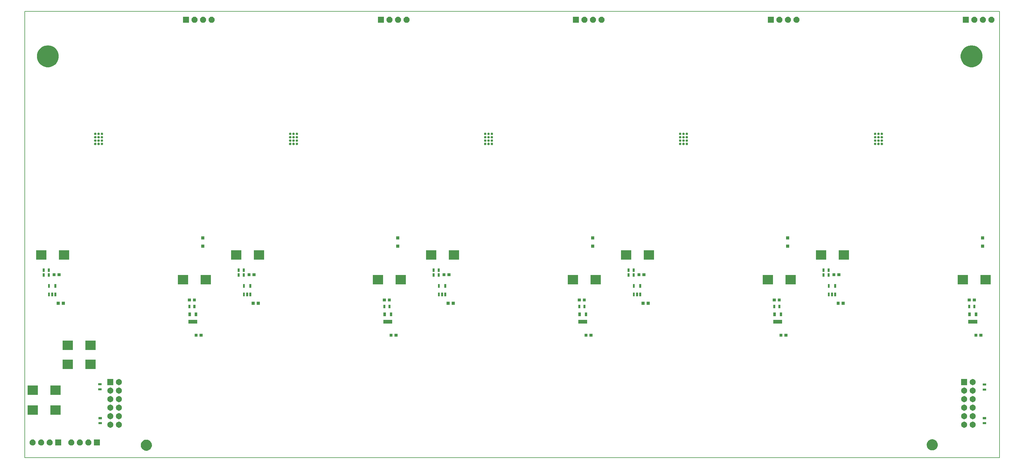
<source format=gbr>
%TF.GenerationSoftware,KiCad,Pcbnew,(5.1.5)-3*%
%TF.CreationDate,2020-04-08T11:38:32+01:00*%
%TF.ProjectId,PLL_v1,504c4c5f-7631-42e6-9b69-6361645f7063,rev?*%
%TF.SameCoordinates,Original*%
%TF.FileFunction,Soldermask,Bot*%
%TF.FilePolarity,Negative*%
%FSLAX46Y46*%
G04 Gerber Fmt 4.6, Leading zero omitted, Abs format (unit mm)*
G04 Created by KiCad (PCBNEW (5.1.5)-3) date 2020-04-08 11:38:32*
%MOMM*%
%LPD*%
G04 APERTURE LIST*
%ADD10C,0.150000*%
%ADD11C,0.600000*%
G04 APERTURE END LIST*
D10*
X345000000Y-169500000D02*
X345000000Y-36500000D01*
X55000000Y-169500000D02*
X345000000Y-169500000D01*
X55000000Y-36500000D02*
X55000000Y-169500000D01*
X345000000Y-36500000D02*
X55000000Y-36500000D01*
D11*
G36*
X91575256Y-164191298D02*
G01*
X91681579Y-164212447D01*
X91982042Y-164336903D01*
X92252451Y-164517585D01*
X92482415Y-164747549D01*
X92663097Y-165017958D01*
X92764519Y-165262811D01*
X92787553Y-165318422D01*
X92831109Y-165537389D01*
X92851000Y-165637391D01*
X92851000Y-165962609D01*
X92787553Y-166281579D01*
X92663097Y-166582042D01*
X92482415Y-166852451D01*
X92252451Y-167082415D01*
X91982042Y-167263097D01*
X91681579Y-167387553D01*
X91575256Y-167408702D01*
X91362611Y-167451000D01*
X91037389Y-167451000D01*
X90824744Y-167408702D01*
X90718421Y-167387553D01*
X90417958Y-167263097D01*
X90147549Y-167082415D01*
X89917585Y-166852451D01*
X89736903Y-166582042D01*
X89612447Y-166281579D01*
X89549000Y-165962609D01*
X89549000Y-165637391D01*
X89568892Y-165537389D01*
X89612447Y-165318422D01*
X89635482Y-165262811D01*
X89736903Y-165017958D01*
X89917585Y-164747549D01*
X90147549Y-164517585D01*
X90417958Y-164336903D01*
X90718421Y-164212447D01*
X90824744Y-164191298D01*
X91037389Y-164149000D01*
X91362611Y-164149000D01*
X91575256Y-164191298D01*
G37*
G36*
X325375256Y-164091298D02*
G01*
X325481579Y-164112447D01*
X325782042Y-164236903D01*
X326052451Y-164417585D01*
X326282415Y-164647549D01*
X326349233Y-164747549D01*
X326463098Y-164917960D01*
X326587553Y-165218422D01*
X326651000Y-165537389D01*
X326651000Y-165862611D01*
X326608702Y-166075256D01*
X326587553Y-166181579D01*
X326463097Y-166482042D01*
X326282415Y-166752451D01*
X326052451Y-166982415D01*
X325782042Y-167163097D01*
X325481579Y-167287553D01*
X325375256Y-167308702D01*
X325162611Y-167351000D01*
X324837389Y-167351000D01*
X324624744Y-167308702D01*
X324518421Y-167287553D01*
X324217958Y-167163097D01*
X323947549Y-166982415D01*
X323717585Y-166752451D01*
X323536903Y-166482042D01*
X323412447Y-166181579D01*
X323391298Y-166075256D01*
X323349000Y-165862611D01*
X323349000Y-165537389D01*
X323412447Y-165218422D01*
X323536902Y-164917960D01*
X323650767Y-164747549D01*
X323717585Y-164647549D01*
X323947549Y-164417585D01*
X324217958Y-164236903D01*
X324518421Y-164112447D01*
X324624744Y-164091298D01*
X324837389Y-164049000D01*
X325162611Y-164049000D01*
X325375256Y-164091298D01*
G37*
G36*
X71533512Y-164103927D02*
G01*
X71682812Y-164133624D01*
X71846784Y-164201544D01*
X71994354Y-164300147D01*
X72119853Y-164425646D01*
X72218456Y-164573216D01*
X72286376Y-164737188D01*
X72321000Y-164911259D01*
X72321000Y-165088741D01*
X72286376Y-165262812D01*
X72218456Y-165426784D01*
X72119853Y-165574354D01*
X71994354Y-165699853D01*
X71846784Y-165798456D01*
X71682812Y-165866376D01*
X71533512Y-165896073D01*
X71508742Y-165901000D01*
X71331258Y-165901000D01*
X71306488Y-165896073D01*
X71157188Y-165866376D01*
X70993216Y-165798456D01*
X70845646Y-165699853D01*
X70720147Y-165574354D01*
X70621544Y-165426784D01*
X70553624Y-165262812D01*
X70519000Y-165088741D01*
X70519000Y-164911259D01*
X70553624Y-164737188D01*
X70621544Y-164573216D01*
X70720147Y-164425646D01*
X70845646Y-164300147D01*
X70993216Y-164201544D01*
X71157188Y-164133624D01*
X71306488Y-164103927D01*
X71331258Y-164099000D01*
X71508742Y-164099000D01*
X71533512Y-164103927D01*
G37*
G36*
X65901000Y-165901000D02*
G01*
X64099000Y-165901000D01*
X64099000Y-164099000D01*
X65901000Y-164099000D01*
X65901000Y-165901000D01*
G37*
G36*
X62573512Y-164103927D02*
G01*
X62722812Y-164133624D01*
X62886784Y-164201544D01*
X63034354Y-164300147D01*
X63159853Y-164425646D01*
X63258456Y-164573216D01*
X63326376Y-164737188D01*
X63361000Y-164911259D01*
X63361000Y-165088741D01*
X63326376Y-165262812D01*
X63258456Y-165426784D01*
X63159853Y-165574354D01*
X63034354Y-165699853D01*
X62886784Y-165798456D01*
X62722812Y-165866376D01*
X62573512Y-165896073D01*
X62548742Y-165901000D01*
X62371258Y-165901000D01*
X62346488Y-165896073D01*
X62197188Y-165866376D01*
X62033216Y-165798456D01*
X61885646Y-165699853D01*
X61760147Y-165574354D01*
X61661544Y-165426784D01*
X61593624Y-165262812D01*
X61559000Y-165088741D01*
X61559000Y-164911259D01*
X61593624Y-164737188D01*
X61661544Y-164573216D01*
X61760147Y-164425646D01*
X61885646Y-164300147D01*
X62033216Y-164201544D01*
X62197188Y-164133624D01*
X62346488Y-164103927D01*
X62371258Y-164099000D01*
X62548742Y-164099000D01*
X62573512Y-164103927D01*
G37*
G36*
X60033512Y-164103927D02*
G01*
X60182812Y-164133624D01*
X60346784Y-164201544D01*
X60494354Y-164300147D01*
X60619853Y-164425646D01*
X60718456Y-164573216D01*
X60786376Y-164737188D01*
X60821000Y-164911259D01*
X60821000Y-165088741D01*
X60786376Y-165262812D01*
X60718456Y-165426784D01*
X60619853Y-165574354D01*
X60494354Y-165699853D01*
X60346784Y-165798456D01*
X60182812Y-165866376D01*
X60033512Y-165896073D01*
X60008742Y-165901000D01*
X59831258Y-165901000D01*
X59806488Y-165896073D01*
X59657188Y-165866376D01*
X59493216Y-165798456D01*
X59345646Y-165699853D01*
X59220147Y-165574354D01*
X59121544Y-165426784D01*
X59053624Y-165262812D01*
X59019000Y-165088741D01*
X59019000Y-164911259D01*
X59053624Y-164737188D01*
X59121544Y-164573216D01*
X59220147Y-164425646D01*
X59345646Y-164300147D01*
X59493216Y-164201544D01*
X59657188Y-164133624D01*
X59806488Y-164103927D01*
X59831258Y-164099000D01*
X60008742Y-164099000D01*
X60033512Y-164103927D01*
G37*
G36*
X57493512Y-164103927D02*
G01*
X57642812Y-164133624D01*
X57806784Y-164201544D01*
X57954354Y-164300147D01*
X58079853Y-164425646D01*
X58178456Y-164573216D01*
X58246376Y-164737188D01*
X58281000Y-164911259D01*
X58281000Y-165088741D01*
X58246376Y-165262812D01*
X58178456Y-165426784D01*
X58079853Y-165574354D01*
X57954354Y-165699853D01*
X57806784Y-165798456D01*
X57642812Y-165866376D01*
X57493512Y-165896073D01*
X57468742Y-165901000D01*
X57291258Y-165901000D01*
X57266488Y-165896073D01*
X57117188Y-165866376D01*
X56953216Y-165798456D01*
X56805646Y-165699853D01*
X56680147Y-165574354D01*
X56581544Y-165426784D01*
X56513624Y-165262812D01*
X56479000Y-165088741D01*
X56479000Y-164911259D01*
X56513624Y-164737188D01*
X56581544Y-164573216D01*
X56680147Y-164425646D01*
X56805646Y-164300147D01*
X56953216Y-164201544D01*
X57117188Y-164133624D01*
X57266488Y-164103927D01*
X57291258Y-164099000D01*
X57468742Y-164099000D01*
X57493512Y-164103927D01*
G37*
G36*
X74073512Y-164103927D02*
G01*
X74222812Y-164133624D01*
X74386784Y-164201544D01*
X74534354Y-164300147D01*
X74659853Y-164425646D01*
X74758456Y-164573216D01*
X74826376Y-164737188D01*
X74861000Y-164911259D01*
X74861000Y-165088741D01*
X74826376Y-165262812D01*
X74758456Y-165426784D01*
X74659853Y-165574354D01*
X74534354Y-165699853D01*
X74386784Y-165798456D01*
X74222812Y-165866376D01*
X74073512Y-165896073D01*
X74048742Y-165901000D01*
X73871258Y-165901000D01*
X73846488Y-165896073D01*
X73697188Y-165866376D01*
X73533216Y-165798456D01*
X73385646Y-165699853D01*
X73260147Y-165574354D01*
X73161544Y-165426784D01*
X73093624Y-165262812D01*
X73059000Y-165088741D01*
X73059000Y-164911259D01*
X73093624Y-164737188D01*
X73161544Y-164573216D01*
X73260147Y-164425646D01*
X73385646Y-164300147D01*
X73533216Y-164201544D01*
X73697188Y-164133624D01*
X73846488Y-164103927D01*
X73871258Y-164099000D01*
X74048742Y-164099000D01*
X74073512Y-164103927D01*
G37*
G36*
X77401000Y-165901000D02*
G01*
X75599000Y-165901000D01*
X75599000Y-164099000D01*
X77401000Y-164099000D01*
X77401000Y-165901000D01*
G37*
G36*
X68993512Y-164103927D02*
G01*
X69142812Y-164133624D01*
X69306784Y-164201544D01*
X69454354Y-164300147D01*
X69579853Y-164425646D01*
X69678456Y-164573216D01*
X69746376Y-164737188D01*
X69781000Y-164911259D01*
X69781000Y-165088741D01*
X69746376Y-165262812D01*
X69678456Y-165426784D01*
X69579853Y-165574354D01*
X69454354Y-165699853D01*
X69306784Y-165798456D01*
X69142812Y-165866376D01*
X68993512Y-165896073D01*
X68968742Y-165901000D01*
X68791258Y-165901000D01*
X68766488Y-165896073D01*
X68617188Y-165866376D01*
X68453216Y-165798456D01*
X68305646Y-165699853D01*
X68180147Y-165574354D01*
X68081544Y-165426784D01*
X68013624Y-165262812D01*
X67979000Y-165088741D01*
X67979000Y-164911259D01*
X68013624Y-164737188D01*
X68081544Y-164573216D01*
X68180147Y-164425646D01*
X68305646Y-164300147D01*
X68453216Y-164201544D01*
X68617188Y-164133624D01*
X68766488Y-164103927D01*
X68791258Y-164099000D01*
X68968742Y-164099000D01*
X68993512Y-164103927D01*
G37*
G36*
X337153512Y-158803927D02*
G01*
X337302812Y-158833624D01*
X337466784Y-158901544D01*
X337614354Y-159000147D01*
X337739853Y-159125646D01*
X337838456Y-159273216D01*
X337906376Y-159437188D01*
X337941000Y-159611259D01*
X337941000Y-159788741D01*
X337906376Y-159962812D01*
X337838456Y-160126784D01*
X337739853Y-160274354D01*
X337614354Y-160399853D01*
X337466784Y-160498456D01*
X337302812Y-160566376D01*
X337153512Y-160596073D01*
X337128742Y-160601000D01*
X336951258Y-160601000D01*
X336926488Y-160596073D01*
X336777188Y-160566376D01*
X336613216Y-160498456D01*
X336465646Y-160399853D01*
X336340147Y-160274354D01*
X336241544Y-160126784D01*
X336173624Y-159962812D01*
X336139000Y-159788741D01*
X336139000Y-159611259D01*
X336173624Y-159437188D01*
X336241544Y-159273216D01*
X336340147Y-159125646D01*
X336465646Y-159000147D01*
X336613216Y-158901544D01*
X336777188Y-158833624D01*
X336926488Y-158803927D01*
X336951258Y-158799000D01*
X337128742Y-158799000D01*
X337153512Y-158803927D01*
G37*
G36*
X334613512Y-158803927D02*
G01*
X334762812Y-158833624D01*
X334926784Y-158901544D01*
X335074354Y-159000147D01*
X335199853Y-159125646D01*
X335298456Y-159273216D01*
X335366376Y-159437188D01*
X335401000Y-159611259D01*
X335401000Y-159788741D01*
X335366376Y-159962812D01*
X335298456Y-160126784D01*
X335199853Y-160274354D01*
X335074354Y-160399853D01*
X334926784Y-160498456D01*
X334762812Y-160566376D01*
X334613512Y-160596073D01*
X334588742Y-160601000D01*
X334411258Y-160601000D01*
X334386488Y-160596073D01*
X334237188Y-160566376D01*
X334073216Y-160498456D01*
X333925646Y-160399853D01*
X333800147Y-160274354D01*
X333701544Y-160126784D01*
X333633624Y-159962812D01*
X333599000Y-159788741D01*
X333599000Y-159611259D01*
X333633624Y-159437188D01*
X333701544Y-159273216D01*
X333800147Y-159125646D01*
X333925646Y-159000147D01*
X334073216Y-158901544D01*
X334237188Y-158833624D01*
X334386488Y-158803927D01*
X334411258Y-158799000D01*
X334588742Y-158799000D01*
X334613512Y-158803927D01*
G37*
G36*
X83153512Y-158803927D02*
G01*
X83302812Y-158833624D01*
X83466784Y-158901544D01*
X83614354Y-159000147D01*
X83739853Y-159125646D01*
X83838456Y-159273216D01*
X83906376Y-159437188D01*
X83941000Y-159611259D01*
X83941000Y-159788741D01*
X83906376Y-159962812D01*
X83838456Y-160126784D01*
X83739853Y-160274354D01*
X83614354Y-160399853D01*
X83466784Y-160498456D01*
X83302812Y-160566376D01*
X83153512Y-160596073D01*
X83128742Y-160601000D01*
X82951258Y-160601000D01*
X82926488Y-160596073D01*
X82777188Y-160566376D01*
X82613216Y-160498456D01*
X82465646Y-160399853D01*
X82340147Y-160274354D01*
X82241544Y-160126784D01*
X82173624Y-159962812D01*
X82139000Y-159788741D01*
X82139000Y-159611259D01*
X82173624Y-159437188D01*
X82241544Y-159273216D01*
X82340147Y-159125646D01*
X82465646Y-159000147D01*
X82613216Y-158901544D01*
X82777188Y-158833624D01*
X82926488Y-158803927D01*
X82951258Y-158799000D01*
X83128742Y-158799000D01*
X83153512Y-158803927D01*
G37*
G36*
X80613512Y-158803927D02*
G01*
X80762812Y-158833624D01*
X80926784Y-158901544D01*
X81074354Y-159000147D01*
X81199853Y-159125646D01*
X81298456Y-159273216D01*
X81366376Y-159437188D01*
X81401000Y-159611259D01*
X81401000Y-159788741D01*
X81366376Y-159962812D01*
X81298456Y-160126784D01*
X81199853Y-160274354D01*
X81074354Y-160399853D01*
X80926784Y-160498456D01*
X80762812Y-160566376D01*
X80613512Y-160596073D01*
X80588742Y-160601000D01*
X80411258Y-160601000D01*
X80386488Y-160596073D01*
X80237188Y-160566376D01*
X80073216Y-160498456D01*
X79925646Y-160399853D01*
X79800147Y-160274354D01*
X79701544Y-160126784D01*
X79633624Y-159962812D01*
X79599000Y-159788741D01*
X79599000Y-159611259D01*
X79633624Y-159437188D01*
X79701544Y-159273216D01*
X79800147Y-159125646D01*
X79925646Y-159000147D01*
X80073216Y-158901544D01*
X80237188Y-158833624D01*
X80386488Y-158803927D01*
X80411258Y-158799000D01*
X80588742Y-158799000D01*
X80613512Y-158803927D01*
G37*
G36*
X341001000Y-159551000D02*
G01*
X339999000Y-159551000D01*
X339999000Y-158949000D01*
X341001000Y-158949000D01*
X341001000Y-159551000D01*
G37*
G36*
X78001000Y-159551000D02*
G01*
X76999000Y-159551000D01*
X76999000Y-158949000D01*
X78001000Y-158949000D01*
X78001000Y-159551000D01*
G37*
G36*
X337153512Y-156263927D02*
G01*
X337302812Y-156293624D01*
X337466784Y-156361544D01*
X337614354Y-156460147D01*
X337739853Y-156585646D01*
X337838456Y-156733216D01*
X337906376Y-156897188D01*
X337941000Y-157071259D01*
X337941000Y-157248741D01*
X337906376Y-157422812D01*
X337838456Y-157586784D01*
X337739853Y-157734354D01*
X337614354Y-157859853D01*
X337466784Y-157958456D01*
X337302812Y-158026376D01*
X337153512Y-158056073D01*
X337128742Y-158061000D01*
X336951258Y-158061000D01*
X336926488Y-158056073D01*
X336777188Y-158026376D01*
X336613216Y-157958456D01*
X336465646Y-157859853D01*
X336340147Y-157734354D01*
X336241544Y-157586784D01*
X336173624Y-157422812D01*
X336139000Y-157248741D01*
X336139000Y-157071259D01*
X336173624Y-156897188D01*
X336241544Y-156733216D01*
X336340147Y-156585646D01*
X336465646Y-156460147D01*
X336613216Y-156361544D01*
X336777188Y-156293624D01*
X336926488Y-156263927D01*
X336951258Y-156259000D01*
X337128742Y-156259000D01*
X337153512Y-156263927D01*
G37*
G36*
X334613512Y-156263927D02*
G01*
X334762812Y-156293624D01*
X334926784Y-156361544D01*
X335074354Y-156460147D01*
X335199853Y-156585646D01*
X335298456Y-156733216D01*
X335366376Y-156897188D01*
X335401000Y-157071259D01*
X335401000Y-157248741D01*
X335366376Y-157422812D01*
X335298456Y-157586784D01*
X335199853Y-157734354D01*
X335074354Y-157859853D01*
X334926784Y-157958456D01*
X334762812Y-158026376D01*
X334613512Y-158056073D01*
X334588742Y-158061000D01*
X334411258Y-158061000D01*
X334386488Y-158056073D01*
X334237188Y-158026376D01*
X334073216Y-157958456D01*
X333925646Y-157859853D01*
X333800147Y-157734354D01*
X333701544Y-157586784D01*
X333633624Y-157422812D01*
X333599000Y-157248741D01*
X333599000Y-157071259D01*
X333633624Y-156897188D01*
X333701544Y-156733216D01*
X333800147Y-156585646D01*
X333925646Y-156460147D01*
X334073216Y-156361544D01*
X334237188Y-156293624D01*
X334386488Y-156263927D01*
X334411258Y-156259000D01*
X334588742Y-156259000D01*
X334613512Y-156263927D01*
G37*
G36*
X83153512Y-156263927D02*
G01*
X83302812Y-156293624D01*
X83466784Y-156361544D01*
X83614354Y-156460147D01*
X83739853Y-156585646D01*
X83838456Y-156733216D01*
X83906376Y-156897188D01*
X83941000Y-157071259D01*
X83941000Y-157248741D01*
X83906376Y-157422812D01*
X83838456Y-157586784D01*
X83739853Y-157734354D01*
X83614354Y-157859853D01*
X83466784Y-157958456D01*
X83302812Y-158026376D01*
X83153512Y-158056073D01*
X83128742Y-158061000D01*
X82951258Y-158061000D01*
X82926488Y-158056073D01*
X82777188Y-158026376D01*
X82613216Y-157958456D01*
X82465646Y-157859853D01*
X82340147Y-157734354D01*
X82241544Y-157586784D01*
X82173624Y-157422812D01*
X82139000Y-157248741D01*
X82139000Y-157071259D01*
X82173624Y-156897188D01*
X82241544Y-156733216D01*
X82340147Y-156585646D01*
X82465646Y-156460147D01*
X82613216Y-156361544D01*
X82777188Y-156293624D01*
X82926488Y-156263927D01*
X82951258Y-156259000D01*
X83128742Y-156259000D01*
X83153512Y-156263927D01*
G37*
G36*
X80613512Y-156263927D02*
G01*
X80762812Y-156293624D01*
X80926784Y-156361544D01*
X81074354Y-156460147D01*
X81199853Y-156585646D01*
X81298456Y-156733216D01*
X81366376Y-156897188D01*
X81401000Y-157071259D01*
X81401000Y-157248741D01*
X81366376Y-157422812D01*
X81298456Y-157586784D01*
X81199853Y-157734354D01*
X81074354Y-157859853D01*
X80926784Y-157958456D01*
X80762812Y-158026376D01*
X80613512Y-158056073D01*
X80588742Y-158061000D01*
X80411258Y-158061000D01*
X80386488Y-158056073D01*
X80237188Y-158026376D01*
X80073216Y-157958456D01*
X79925646Y-157859853D01*
X79800147Y-157734354D01*
X79701544Y-157586784D01*
X79633624Y-157422812D01*
X79599000Y-157248741D01*
X79599000Y-157071259D01*
X79633624Y-156897188D01*
X79701544Y-156733216D01*
X79800147Y-156585646D01*
X79925646Y-156460147D01*
X80073216Y-156361544D01*
X80237188Y-156293624D01*
X80386488Y-156263927D01*
X80411258Y-156259000D01*
X80588742Y-156259000D01*
X80613512Y-156263927D01*
G37*
G36*
X341001000Y-158051000D02*
G01*
X339999000Y-158051000D01*
X339999000Y-157449000D01*
X341001000Y-157449000D01*
X341001000Y-158051000D01*
G37*
G36*
X78001000Y-158051000D02*
G01*
X76999000Y-158051000D01*
X76999000Y-157449000D01*
X78001000Y-157449000D01*
X78001000Y-158051000D01*
G37*
G36*
X58951000Y-156701000D02*
G01*
X55899000Y-156701000D01*
X55899000Y-153899000D01*
X58951000Y-153899000D01*
X58951000Y-156701000D01*
G37*
G36*
X65701000Y-156701000D02*
G01*
X62649000Y-156701000D01*
X62649000Y-153899000D01*
X65701000Y-153899000D01*
X65701000Y-156701000D01*
G37*
G36*
X80613512Y-153723927D02*
G01*
X80762812Y-153753624D01*
X80926784Y-153821544D01*
X81074354Y-153920147D01*
X81199853Y-154045646D01*
X81298456Y-154193216D01*
X81366376Y-154357188D01*
X81401000Y-154531259D01*
X81401000Y-154708741D01*
X81366376Y-154882812D01*
X81298456Y-155046784D01*
X81199853Y-155194354D01*
X81074354Y-155319853D01*
X80926784Y-155418456D01*
X80762812Y-155486376D01*
X80613512Y-155516073D01*
X80588742Y-155521000D01*
X80411258Y-155521000D01*
X80386488Y-155516073D01*
X80237188Y-155486376D01*
X80073216Y-155418456D01*
X79925646Y-155319853D01*
X79800147Y-155194354D01*
X79701544Y-155046784D01*
X79633624Y-154882812D01*
X79599000Y-154708741D01*
X79599000Y-154531259D01*
X79633624Y-154357188D01*
X79701544Y-154193216D01*
X79800147Y-154045646D01*
X79925646Y-153920147D01*
X80073216Y-153821544D01*
X80237188Y-153753624D01*
X80386488Y-153723927D01*
X80411258Y-153719000D01*
X80588742Y-153719000D01*
X80613512Y-153723927D01*
G37*
G36*
X334613512Y-153723927D02*
G01*
X334762812Y-153753624D01*
X334926784Y-153821544D01*
X335074354Y-153920147D01*
X335199853Y-154045646D01*
X335298456Y-154193216D01*
X335366376Y-154357188D01*
X335401000Y-154531259D01*
X335401000Y-154708741D01*
X335366376Y-154882812D01*
X335298456Y-155046784D01*
X335199853Y-155194354D01*
X335074354Y-155319853D01*
X334926784Y-155418456D01*
X334762812Y-155486376D01*
X334613512Y-155516073D01*
X334588742Y-155521000D01*
X334411258Y-155521000D01*
X334386488Y-155516073D01*
X334237188Y-155486376D01*
X334073216Y-155418456D01*
X333925646Y-155319853D01*
X333800147Y-155194354D01*
X333701544Y-155046784D01*
X333633624Y-154882812D01*
X333599000Y-154708741D01*
X333599000Y-154531259D01*
X333633624Y-154357188D01*
X333701544Y-154193216D01*
X333800147Y-154045646D01*
X333925646Y-153920147D01*
X334073216Y-153821544D01*
X334237188Y-153753624D01*
X334386488Y-153723927D01*
X334411258Y-153719000D01*
X334588742Y-153719000D01*
X334613512Y-153723927D01*
G37*
G36*
X337153512Y-153723927D02*
G01*
X337302812Y-153753624D01*
X337466784Y-153821544D01*
X337614354Y-153920147D01*
X337739853Y-154045646D01*
X337838456Y-154193216D01*
X337906376Y-154357188D01*
X337941000Y-154531259D01*
X337941000Y-154708741D01*
X337906376Y-154882812D01*
X337838456Y-155046784D01*
X337739853Y-155194354D01*
X337614354Y-155319853D01*
X337466784Y-155418456D01*
X337302812Y-155486376D01*
X337153512Y-155516073D01*
X337128742Y-155521000D01*
X336951258Y-155521000D01*
X336926488Y-155516073D01*
X336777188Y-155486376D01*
X336613216Y-155418456D01*
X336465646Y-155319853D01*
X336340147Y-155194354D01*
X336241544Y-155046784D01*
X336173624Y-154882812D01*
X336139000Y-154708741D01*
X336139000Y-154531259D01*
X336173624Y-154357188D01*
X336241544Y-154193216D01*
X336340147Y-154045646D01*
X336465646Y-153920147D01*
X336613216Y-153821544D01*
X336777188Y-153753624D01*
X336926488Y-153723927D01*
X336951258Y-153719000D01*
X337128742Y-153719000D01*
X337153512Y-153723927D01*
G37*
G36*
X83153512Y-153723927D02*
G01*
X83302812Y-153753624D01*
X83466784Y-153821544D01*
X83614354Y-153920147D01*
X83739853Y-154045646D01*
X83838456Y-154193216D01*
X83906376Y-154357188D01*
X83941000Y-154531259D01*
X83941000Y-154708741D01*
X83906376Y-154882812D01*
X83838456Y-155046784D01*
X83739853Y-155194354D01*
X83614354Y-155319853D01*
X83466784Y-155418456D01*
X83302812Y-155486376D01*
X83153512Y-155516073D01*
X83128742Y-155521000D01*
X82951258Y-155521000D01*
X82926488Y-155516073D01*
X82777188Y-155486376D01*
X82613216Y-155418456D01*
X82465646Y-155319853D01*
X82340147Y-155194354D01*
X82241544Y-155046784D01*
X82173624Y-154882812D01*
X82139000Y-154708741D01*
X82139000Y-154531259D01*
X82173624Y-154357188D01*
X82241544Y-154193216D01*
X82340147Y-154045646D01*
X82465646Y-153920147D01*
X82613216Y-153821544D01*
X82777188Y-153753624D01*
X82926488Y-153723927D01*
X82951258Y-153719000D01*
X83128742Y-153719000D01*
X83153512Y-153723927D01*
G37*
G36*
X83153512Y-151183927D02*
G01*
X83302812Y-151213624D01*
X83466784Y-151281544D01*
X83614354Y-151380147D01*
X83739853Y-151505646D01*
X83838456Y-151653216D01*
X83906376Y-151817188D01*
X83941000Y-151991259D01*
X83941000Y-152168741D01*
X83906376Y-152342812D01*
X83838456Y-152506784D01*
X83739853Y-152654354D01*
X83614354Y-152779853D01*
X83466784Y-152878456D01*
X83302812Y-152946376D01*
X83153512Y-152976073D01*
X83128742Y-152981000D01*
X82951258Y-152981000D01*
X82926488Y-152976073D01*
X82777188Y-152946376D01*
X82613216Y-152878456D01*
X82465646Y-152779853D01*
X82340147Y-152654354D01*
X82241544Y-152506784D01*
X82173624Y-152342812D01*
X82139000Y-152168741D01*
X82139000Y-151991259D01*
X82173624Y-151817188D01*
X82241544Y-151653216D01*
X82340147Y-151505646D01*
X82465646Y-151380147D01*
X82613216Y-151281544D01*
X82777188Y-151213624D01*
X82926488Y-151183927D01*
X82951258Y-151179000D01*
X83128742Y-151179000D01*
X83153512Y-151183927D01*
G37*
G36*
X80613512Y-151183927D02*
G01*
X80762812Y-151213624D01*
X80926784Y-151281544D01*
X81074354Y-151380147D01*
X81199853Y-151505646D01*
X81298456Y-151653216D01*
X81366376Y-151817188D01*
X81401000Y-151991259D01*
X81401000Y-152168741D01*
X81366376Y-152342812D01*
X81298456Y-152506784D01*
X81199853Y-152654354D01*
X81074354Y-152779853D01*
X80926784Y-152878456D01*
X80762812Y-152946376D01*
X80613512Y-152976073D01*
X80588742Y-152981000D01*
X80411258Y-152981000D01*
X80386488Y-152976073D01*
X80237188Y-152946376D01*
X80073216Y-152878456D01*
X79925646Y-152779853D01*
X79800147Y-152654354D01*
X79701544Y-152506784D01*
X79633624Y-152342812D01*
X79599000Y-152168741D01*
X79599000Y-151991259D01*
X79633624Y-151817188D01*
X79701544Y-151653216D01*
X79800147Y-151505646D01*
X79925646Y-151380147D01*
X80073216Y-151281544D01*
X80237188Y-151213624D01*
X80386488Y-151183927D01*
X80411258Y-151179000D01*
X80588742Y-151179000D01*
X80613512Y-151183927D01*
G37*
G36*
X334613512Y-151183927D02*
G01*
X334762812Y-151213624D01*
X334926784Y-151281544D01*
X335074354Y-151380147D01*
X335199853Y-151505646D01*
X335298456Y-151653216D01*
X335366376Y-151817188D01*
X335401000Y-151991259D01*
X335401000Y-152168741D01*
X335366376Y-152342812D01*
X335298456Y-152506784D01*
X335199853Y-152654354D01*
X335074354Y-152779853D01*
X334926784Y-152878456D01*
X334762812Y-152946376D01*
X334613512Y-152976073D01*
X334588742Y-152981000D01*
X334411258Y-152981000D01*
X334386488Y-152976073D01*
X334237188Y-152946376D01*
X334073216Y-152878456D01*
X333925646Y-152779853D01*
X333800147Y-152654354D01*
X333701544Y-152506784D01*
X333633624Y-152342812D01*
X333599000Y-152168741D01*
X333599000Y-151991259D01*
X333633624Y-151817188D01*
X333701544Y-151653216D01*
X333800147Y-151505646D01*
X333925646Y-151380147D01*
X334073216Y-151281544D01*
X334237188Y-151213624D01*
X334386488Y-151183927D01*
X334411258Y-151179000D01*
X334588742Y-151179000D01*
X334613512Y-151183927D01*
G37*
G36*
X337153512Y-151183927D02*
G01*
X337302812Y-151213624D01*
X337466784Y-151281544D01*
X337614354Y-151380147D01*
X337739853Y-151505646D01*
X337838456Y-151653216D01*
X337906376Y-151817188D01*
X337941000Y-151991259D01*
X337941000Y-152168741D01*
X337906376Y-152342812D01*
X337838456Y-152506784D01*
X337739853Y-152654354D01*
X337614354Y-152779853D01*
X337466784Y-152878456D01*
X337302812Y-152946376D01*
X337153512Y-152976073D01*
X337128742Y-152981000D01*
X336951258Y-152981000D01*
X336926488Y-152976073D01*
X336777188Y-152946376D01*
X336613216Y-152878456D01*
X336465646Y-152779853D01*
X336340147Y-152654354D01*
X336241544Y-152506784D01*
X336173624Y-152342812D01*
X336139000Y-152168741D01*
X336139000Y-151991259D01*
X336173624Y-151817188D01*
X336241544Y-151653216D01*
X336340147Y-151505646D01*
X336465646Y-151380147D01*
X336613216Y-151281544D01*
X336777188Y-151213624D01*
X336926488Y-151183927D01*
X336951258Y-151179000D01*
X337128742Y-151179000D01*
X337153512Y-151183927D01*
G37*
G36*
X58951000Y-150801000D02*
G01*
X55899000Y-150801000D01*
X55899000Y-147999000D01*
X58951000Y-147999000D01*
X58951000Y-150801000D01*
G37*
G36*
X65701000Y-150801000D02*
G01*
X62649000Y-150801000D01*
X62649000Y-147999000D01*
X65701000Y-147999000D01*
X65701000Y-150801000D01*
G37*
G36*
X80613512Y-148643927D02*
G01*
X80762812Y-148673624D01*
X80926784Y-148741544D01*
X81074354Y-148840147D01*
X81199853Y-148965646D01*
X81298456Y-149113216D01*
X81366376Y-149277188D01*
X81396073Y-149426488D01*
X81400949Y-149451000D01*
X81401000Y-149451259D01*
X81401000Y-149628741D01*
X81366376Y-149802812D01*
X81298456Y-149966784D01*
X81199853Y-150114354D01*
X81074354Y-150239853D01*
X80926784Y-150338456D01*
X80762812Y-150406376D01*
X80613512Y-150436073D01*
X80588742Y-150441000D01*
X80411258Y-150441000D01*
X80386488Y-150436073D01*
X80237188Y-150406376D01*
X80073216Y-150338456D01*
X79925646Y-150239853D01*
X79800147Y-150114354D01*
X79701544Y-149966784D01*
X79633624Y-149802812D01*
X79599000Y-149628741D01*
X79599000Y-149451259D01*
X79599052Y-149451000D01*
X79603927Y-149426488D01*
X79633624Y-149277188D01*
X79701544Y-149113216D01*
X79800147Y-148965646D01*
X79925646Y-148840147D01*
X80073216Y-148741544D01*
X80237188Y-148673624D01*
X80386488Y-148643927D01*
X80411258Y-148639000D01*
X80588742Y-148639000D01*
X80613512Y-148643927D01*
G37*
G36*
X334613512Y-148643927D02*
G01*
X334762812Y-148673624D01*
X334926784Y-148741544D01*
X335074354Y-148840147D01*
X335199853Y-148965646D01*
X335298456Y-149113216D01*
X335366376Y-149277188D01*
X335396073Y-149426488D01*
X335400949Y-149451000D01*
X335401000Y-149451259D01*
X335401000Y-149628741D01*
X335366376Y-149802812D01*
X335298456Y-149966784D01*
X335199853Y-150114354D01*
X335074354Y-150239853D01*
X334926784Y-150338456D01*
X334762812Y-150406376D01*
X334613512Y-150436073D01*
X334588742Y-150441000D01*
X334411258Y-150441000D01*
X334386488Y-150436073D01*
X334237188Y-150406376D01*
X334073216Y-150338456D01*
X333925646Y-150239853D01*
X333800147Y-150114354D01*
X333701544Y-149966784D01*
X333633624Y-149802812D01*
X333599000Y-149628741D01*
X333599000Y-149451259D01*
X333599052Y-149451000D01*
X333603927Y-149426488D01*
X333633624Y-149277188D01*
X333701544Y-149113216D01*
X333800147Y-148965646D01*
X333925646Y-148840147D01*
X334073216Y-148741544D01*
X334237188Y-148673624D01*
X334386488Y-148643927D01*
X334411258Y-148639000D01*
X334588742Y-148639000D01*
X334613512Y-148643927D01*
G37*
G36*
X337153512Y-148643927D02*
G01*
X337302812Y-148673624D01*
X337466784Y-148741544D01*
X337614354Y-148840147D01*
X337739853Y-148965646D01*
X337838456Y-149113216D01*
X337906376Y-149277188D01*
X337936073Y-149426488D01*
X337940949Y-149451000D01*
X337941000Y-149451259D01*
X337941000Y-149628741D01*
X337906376Y-149802812D01*
X337838456Y-149966784D01*
X337739853Y-150114354D01*
X337614354Y-150239853D01*
X337466784Y-150338456D01*
X337302812Y-150406376D01*
X337153512Y-150436073D01*
X337128742Y-150441000D01*
X336951258Y-150441000D01*
X336926488Y-150436073D01*
X336777188Y-150406376D01*
X336613216Y-150338456D01*
X336465646Y-150239853D01*
X336340147Y-150114354D01*
X336241544Y-149966784D01*
X336173624Y-149802812D01*
X336139000Y-149628741D01*
X336139000Y-149451259D01*
X336139052Y-149451000D01*
X336143927Y-149426488D01*
X336173624Y-149277188D01*
X336241544Y-149113216D01*
X336340147Y-148965646D01*
X336465646Y-148840147D01*
X336613216Y-148741544D01*
X336777188Y-148673624D01*
X336926488Y-148643927D01*
X336951258Y-148639000D01*
X337128742Y-148639000D01*
X337153512Y-148643927D01*
G37*
G36*
X83153512Y-148643927D02*
G01*
X83302812Y-148673624D01*
X83466784Y-148741544D01*
X83614354Y-148840147D01*
X83739853Y-148965646D01*
X83838456Y-149113216D01*
X83906376Y-149277188D01*
X83936073Y-149426488D01*
X83940949Y-149451000D01*
X83941000Y-149451259D01*
X83941000Y-149628741D01*
X83906376Y-149802812D01*
X83838456Y-149966784D01*
X83739853Y-150114354D01*
X83614354Y-150239853D01*
X83466784Y-150338456D01*
X83302812Y-150406376D01*
X83153512Y-150436073D01*
X83128742Y-150441000D01*
X82951258Y-150441000D01*
X82926488Y-150436073D01*
X82777188Y-150406376D01*
X82613216Y-150338456D01*
X82465646Y-150239853D01*
X82340147Y-150114354D01*
X82241544Y-149966784D01*
X82173624Y-149802812D01*
X82139000Y-149628741D01*
X82139000Y-149451259D01*
X82139052Y-149451000D01*
X82143927Y-149426488D01*
X82173624Y-149277188D01*
X82241544Y-149113216D01*
X82340147Y-148965646D01*
X82465646Y-148840147D01*
X82613216Y-148741544D01*
X82777188Y-148673624D01*
X82926488Y-148643927D01*
X82951258Y-148639000D01*
X83128742Y-148639000D01*
X83153512Y-148643927D01*
G37*
G36*
X341001000Y-149551000D02*
G01*
X339999000Y-149551000D01*
X339999000Y-148949000D01*
X341001000Y-148949000D01*
X341001000Y-149551000D01*
G37*
G36*
X77901000Y-149451000D02*
G01*
X76899000Y-149451000D01*
X76899000Y-148849000D01*
X77901000Y-148849000D01*
X77901000Y-149451000D01*
G37*
G36*
X341001000Y-148051000D02*
G01*
X339999000Y-148051000D01*
X339999000Y-147449000D01*
X341001000Y-147449000D01*
X341001000Y-148051000D01*
G37*
G36*
X77901000Y-147951000D02*
G01*
X76899000Y-147951000D01*
X76899000Y-147349000D01*
X77901000Y-147349000D01*
X77901000Y-147951000D01*
G37*
G36*
X81401000Y-147901000D02*
G01*
X79599000Y-147901000D01*
X79599000Y-146099000D01*
X81401000Y-146099000D01*
X81401000Y-147901000D01*
G37*
G36*
X83153512Y-146103927D02*
G01*
X83302812Y-146133624D01*
X83466784Y-146201544D01*
X83614354Y-146300147D01*
X83739853Y-146425646D01*
X83838456Y-146573216D01*
X83906376Y-146737188D01*
X83941000Y-146911259D01*
X83941000Y-147088741D01*
X83906376Y-147262812D01*
X83838456Y-147426784D01*
X83739853Y-147574354D01*
X83614354Y-147699853D01*
X83466784Y-147798456D01*
X83302812Y-147866376D01*
X83153512Y-147896073D01*
X83128742Y-147901000D01*
X82951258Y-147901000D01*
X82926488Y-147896073D01*
X82777188Y-147866376D01*
X82613216Y-147798456D01*
X82465646Y-147699853D01*
X82340147Y-147574354D01*
X82241544Y-147426784D01*
X82173624Y-147262812D01*
X82139000Y-147088741D01*
X82139000Y-146911259D01*
X82173624Y-146737188D01*
X82241544Y-146573216D01*
X82340147Y-146425646D01*
X82465646Y-146300147D01*
X82613216Y-146201544D01*
X82777188Y-146133624D01*
X82926488Y-146103927D01*
X82951258Y-146099000D01*
X83128742Y-146099000D01*
X83153512Y-146103927D01*
G37*
G36*
X337153512Y-146103927D02*
G01*
X337302812Y-146133624D01*
X337466784Y-146201544D01*
X337614354Y-146300147D01*
X337739853Y-146425646D01*
X337838456Y-146573216D01*
X337906376Y-146737188D01*
X337941000Y-146911259D01*
X337941000Y-147088741D01*
X337906376Y-147262812D01*
X337838456Y-147426784D01*
X337739853Y-147574354D01*
X337614354Y-147699853D01*
X337466784Y-147798456D01*
X337302812Y-147866376D01*
X337153512Y-147896073D01*
X337128742Y-147901000D01*
X336951258Y-147901000D01*
X336926488Y-147896073D01*
X336777188Y-147866376D01*
X336613216Y-147798456D01*
X336465646Y-147699853D01*
X336340147Y-147574354D01*
X336241544Y-147426784D01*
X336173624Y-147262812D01*
X336139000Y-147088741D01*
X336139000Y-146911259D01*
X336173624Y-146737188D01*
X336241544Y-146573216D01*
X336340147Y-146425646D01*
X336465646Y-146300147D01*
X336613216Y-146201544D01*
X336777188Y-146133624D01*
X336926488Y-146103927D01*
X336951258Y-146099000D01*
X337128742Y-146099000D01*
X337153512Y-146103927D01*
G37*
G36*
X335401000Y-147901000D02*
G01*
X333599000Y-147901000D01*
X333599000Y-146099000D01*
X335401000Y-146099000D01*
X335401000Y-147901000D01*
G37*
G36*
X69351000Y-143101000D02*
G01*
X66299000Y-143101000D01*
X66299000Y-140299000D01*
X69351000Y-140299000D01*
X69351000Y-143101000D01*
G37*
G36*
X76101000Y-143101000D02*
G01*
X73049000Y-143101000D01*
X73049000Y-140299000D01*
X76101000Y-140299000D01*
X76101000Y-143101000D01*
G37*
G36*
X76101000Y-137401000D02*
G01*
X73049000Y-137401000D01*
X73049000Y-134599000D01*
X76101000Y-134599000D01*
X76101000Y-137401000D01*
G37*
G36*
X69351000Y-137401000D02*
G01*
X66299000Y-137401000D01*
X66299000Y-134599000D01*
X69351000Y-134599000D01*
X69351000Y-137401000D01*
G37*
G36*
X281951000Y-133426000D02*
G01*
X281049000Y-133426000D01*
X281049000Y-132574000D01*
X281951000Y-132574000D01*
X281951000Y-133426000D01*
G37*
G36*
X339951000Y-133426000D02*
G01*
X339049000Y-133426000D01*
X339049000Y-132574000D01*
X339951000Y-132574000D01*
X339951000Y-133426000D01*
G37*
G36*
X338451000Y-133426000D02*
G01*
X337549000Y-133426000D01*
X337549000Y-132574000D01*
X338451000Y-132574000D01*
X338451000Y-133426000D01*
G37*
G36*
X223951000Y-133426000D02*
G01*
X223049000Y-133426000D01*
X223049000Y-132574000D01*
X223951000Y-132574000D01*
X223951000Y-133426000D01*
G37*
G36*
X222451000Y-133426000D02*
G01*
X221549000Y-133426000D01*
X221549000Y-132574000D01*
X222451000Y-132574000D01*
X222451000Y-133426000D01*
G37*
G36*
X165951000Y-133426000D02*
G01*
X165049000Y-133426000D01*
X165049000Y-132574000D01*
X165951000Y-132574000D01*
X165951000Y-133426000D01*
G37*
G36*
X164451000Y-133426000D02*
G01*
X163549000Y-133426000D01*
X163549000Y-132574000D01*
X164451000Y-132574000D01*
X164451000Y-133426000D01*
G37*
G36*
X107951000Y-133426000D02*
G01*
X107049000Y-133426000D01*
X107049000Y-132574000D01*
X107951000Y-132574000D01*
X107951000Y-133426000D01*
G37*
G36*
X106451000Y-133426000D02*
G01*
X105549000Y-133426000D01*
X105549000Y-132574000D01*
X106451000Y-132574000D01*
X106451000Y-133426000D01*
G37*
G36*
X280451000Y-133426000D02*
G01*
X279549000Y-133426000D01*
X279549000Y-132574000D01*
X280451000Y-132574000D01*
X280451000Y-133426000D01*
G37*
G36*
X338376000Y-129581000D02*
G01*
X335724000Y-129581000D01*
X335724000Y-128419000D01*
X338376000Y-128419000D01*
X338376000Y-129581000D01*
G37*
G36*
X164376000Y-129581000D02*
G01*
X161724000Y-129581000D01*
X161724000Y-128419000D01*
X164376000Y-128419000D01*
X164376000Y-129581000D01*
G37*
G36*
X222376000Y-129581000D02*
G01*
X219724000Y-129581000D01*
X219724000Y-128419000D01*
X222376000Y-128419000D01*
X222376000Y-129581000D01*
G37*
G36*
X106376000Y-129581000D02*
G01*
X103724000Y-129581000D01*
X103724000Y-128419000D01*
X106376000Y-128419000D01*
X106376000Y-129581000D01*
G37*
G36*
X280376000Y-129581000D02*
G01*
X277724000Y-129581000D01*
X277724000Y-128419000D01*
X280376000Y-128419000D01*
X280376000Y-129581000D01*
G37*
G36*
X278476000Y-127381000D02*
G01*
X277724000Y-127381000D01*
X277724000Y-126219000D01*
X278476000Y-126219000D01*
X278476000Y-127381000D01*
G37*
G36*
X164376000Y-127381000D02*
G01*
X163624000Y-127381000D01*
X163624000Y-126219000D01*
X164376000Y-126219000D01*
X164376000Y-127381000D01*
G37*
G36*
X162476000Y-127381000D02*
G01*
X161724000Y-127381000D01*
X161724000Y-126219000D01*
X162476000Y-126219000D01*
X162476000Y-127381000D01*
G37*
G36*
X220476000Y-127381000D02*
G01*
X219724000Y-127381000D01*
X219724000Y-126219000D01*
X220476000Y-126219000D01*
X220476000Y-127381000D01*
G37*
G36*
X106376000Y-127381000D02*
G01*
X105624000Y-127381000D01*
X105624000Y-126219000D01*
X106376000Y-126219000D01*
X106376000Y-127381000D01*
G37*
G36*
X104476000Y-127381000D02*
G01*
X103724000Y-127381000D01*
X103724000Y-126219000D01*
X104476000Y-126219000D01*
X104476000Y-127381000D01*
G37*
G36*
X336476000Y-127381000D02*
G01*
X335724000Y-127381000D01*
X335724000Y-126219000D01*
X336476000Y-126219000D01*
X336476000Y-127381000D01*
G37*
G36*
X280376000Y-127381000D02*
G01*
X279624000Y-127381000D01*
X279624000Y-126219000D01*
X280376000Y-126219000D01*
X280376000Y-127381000D01*
G37*
G36*
X222376000Y-127381000D02*
G01*
X221624000Y-127381000D01*
X221624000Y-126219000D01*
X222376000Y-126219000D01*
X222376000Y-127381000D01*
G37*
G36*
X338376000Y-127381000D02*
G01*
X337624000Y-127381000D01*
X337624000Y-126219000D01*
X338376000Y-126219000D01*
X338376000Y-127381000D01*
G37*
G36*
X104301000Y-125001000D02*
G01*
X103699000Y-125001000D01*
X103699000Y-123999000D01*
X104301000Y-123999000D01*
X104301000Y-125001000D01*
G37*
G36*
X336301000Y-125001000D02*
G01*
X335699000Y-125001000D01*
X335699000Y-123999000D01*
X336301000Y-123999000D01*
X336301000Y-125001000D01*
G37*
G36*
X278301000Y-125001000D02*
G01*
X277699000Y-125001000D01*
X277699000Y-123999000D01*
X278301000Y-123999000D01*
X278301000Y-125001000D01*
G37*
G36*
X221801000Y-125001000D02*
G01*
X221199000Y-125001000D01*
X221199000Y-123999000D01*
X221801000Y-123999000D01*
X221801000Y-125001000D01*
G37*
G36*
X220301000Y-125001000D02*
G01*
X219699000Y-125001000D01*
X219699000Y-123999000D01*
X220301000Y-123999000D01*
X220301000Y-125001000D01*
G37*
G36*
X105801000Y-125001000D02*
G01*
X105199000Y-125001000D01*
X105199000Y-123999000D01*
X105801000Y-123999000D01*
X105801000Y-125001000D01*
G37*
G36*
X162301000Y-125001000D02*
G01*
X161699000Y-125001000D01*
X161699000Y-123999000D01*
X162301000Y-123999000D01*
X162301000Y-125001000D01*
G37*
G36*
X337801000Y-125001000D02*
G01*
X337199000Y-125001000D01*
X337199000Y-123999000D01*
X337801000Y-123999000D01*
X337801000Y-125001000D01*
G37*
G36*
X163801000Y-125001000D02*
G01*
X163199000Y-125001000D01*
X163199000Y-123999000D01*
X163801000Y-123999000D01*
X163801000Y-125001000D01*
G37*
G36*
X279801000Y-125001000D02*
G01*
X279199000Y-125001000D01*
X279199000Y-123999000D01*
X279801000Y-123999000D01*
X279801000Y-125001000D01*
G37*
G36*
X181451000Y-123926000D02*
G01*
X180549000Y-123926000D01*
X180549000Y-123074000D01*
X181451000Y-123074000D01*
X181451000Y-123926000D01*
G37*
G36*
X298951000Y-123926000D02*
G01*
X298049000Y-123926000D01*
X298049000Y-123074000D01*
X298951000Y-123074000D01*
X298951000Y-123926000D01*
G37*
G36*
X66951000Y-123926000D02*
G01*
X66049000Y-123926000D01*
X66049000Y-123074000D01*
X66951000Y-123074000D01*
X66951000Y-123926000D01*
G37*
G36*
X65451000Y-123926000D02*
G01*
X64549000Y-123926000D01*
X64549000Y-123074000D01*
X65451000Y-123074000D01*
X65451000Y-123926000D01*
G37*
G36*
X240951000Y-123926000D02*
G01*
X240049000Y-123926000D01*
X240049000Y-123074000D01*
X240951000Y-123074000D01*
X240951000Y-123926000D01*
G37*
G36*
X297451000Y-123926000D02*
G01*
X296549000Y-123926000D01*
X296549000Y-123074000D01*
X297451000Y-123074000D01*
X297451000Y-123926000D01*
G37*
G36*
X124951000Y-123926000D02*
G01*
X124049000Y-123926000D01*
X124049000Y-123074000D01*
X124951000Y-123074000D01*
X124951000Y-123926000D01*
G37*
G36*
X123451000Y-123926000D02*
G01*
X122549000Y-123926000D01*
X122549000Y-123074000D01*
X123451000Y-123074000D01*
X123451000Y-123926000D01*
G37*
G36*
X239451000Y-123926000D02*
G01*
X238549000Y-123926000D01*
X238549000Y-123074000D01*
X239451000Y-123074000D01*
X239451000Y-123926000D01*
G37*
G36*
X182951000Y-123926000D02*
G01*
X182049000Y-123926000D01*
X182049000Y-123074000D01*
X182951000Y-123074000D01*
X182951000Y-123926000D01*
G37*
G36*
X104451000Y-122926000D02*
G01*
X103549000Y-122926000D01*
X103549000Y-122074000D01*
X104451000Y-122074000D01*
X104451000Y-122926000D01*
G37*
G36*
X337951000Y-122926000D02*
G01*
X337049000Y-122926000D01*
X337049000Y-122074000D01*
X337951000Y-122074000D01*
X337951000Y-122926000D01*
G37*
G36*
X336451000Y-122926000D02*
G01*
X335549000Y-122926000D01*
X335549000Y-122074000D01*
X336451000Y-122074000D01*
X336451000Y-122926000D01*
G37*
G36*
X163951000Y-122926000D02*
G01*
X163049000Y-122926000D01*
X163049000Y-122074000D01*
X163951000Y-122074000D01*
X163951000Y-122926000D01*
G37*
G36*
X220451000Y-122926000D02*
G01*
X219549000Y-122926000D01*
X219549000Y-122074000D01*
X220451000Y-122074000D01*
X220451000Y-122926000D01*
G37*
G36*
X162451000Y-122926000D02*
G01*
X161549000Y-122926000D01*
X161549000Y-122074000D01*
X162451000Y-122074000D01*
X162451000Y-122926000D01*
G37*
G36*
X105951000Y-122926000D02*
G01*
X105049000Y-122926000D01*
X105049000Y-122074000D01*
X105951000Y-122074000D01*
X105951000Y-122926000D01*
G37*
G36*
X278451000Y-122926000D02*
G01*
X277549000Y-122926000D01*
X277549000Y-122074000D01*
X278451000Y-122074000D01*
X278451000Y-122926000D01*
G37*
G36*
X279951000Y-122926000D02*
G01*
X279049000Y-122926000D01*
X279049000Y-122074000D01*
X279951000Y-122074000D01*
X279951000Y-122926000D01*
G37*
G36*
X221951000Y-122926000D02*
G01*
X221049000Y-122926000D01*
X221049000Y-122074000D01*
X221951000Y-122074000D01*
X221951000Y-122926000D01*
G37*
G36*
X180414797Y-121407242D02*
G01*
X179852797Y-121407242D01*
X179852797Y-120355244D01*
X180414797Y-120355244D01*
X180414797Y-121407242D01*
G37*
G36*
X238414797Y-121407242D02*
G01*
X237852797Y-121407242D01*
X237852797Y-120355244D01*
X238414797Y-120355244D01*
X238414797Y-121407242D01*
G37*
G36*
X236514795Y-121407242D02*
G01*
X235952795Y-121407242D01*
X235952795Y-120355244D01*
X236514795Y-120355244D01*
X236514795Y-121407242D01*
G37*
G36*
X179464796Y-121407242D02*
G01*
X178902796Y-121407242D01*
X178902796Y-120355244D01*
X179464796Y-120355244D01*
X179464796Y-121407242D01*
G37*
G36*
X178514795Y-121407242D02*
G01*
X177952795Y-121407242D01*
X177952795Y-120355244D01*
X178514795Y-120355244D01*
X178514795Y-121407242D01*
G37*
G36*
X122414797Y-121407242D02*
G01*
X121852797Y-121407242D01*
X121852797Y-120355244D01*
X122414797Y-120355244D01*
X122414797Y-121407242D01*
G37*
G36*
X121464796Y-121407242D02*
G01*
X120902796Y-121407242D01*
X120902796Y-120355244D01*
X121464796Y-120355244D01*
X121464796Y-121407242D01*
G37*
G36*
X64414797Y-121407242D02*
G01*
X63852797Y-121407242D01*
X63852797Y-120355244D01*
X64414797Y-120355244D01*
X64414797Y-121407242D01*
G37*
G36*
X63464796Y-121407242D02*
G01*
X62902796Y-121407242D01*
X62902796Y-120355244D01*
X63464796Y-120355244D01*
X63464796Y-121407242D01*
G37*
G36*
X62514795Y-121407242D02*
G01*
X61952795Y-121407242D01*
X61952795Y-120355244D01*
X62514795Y-120355244D01*
X62514795Y-121407242D01*
G37*
G36*
X294514795Y-121407242D02*
G01*
X293952795Y-121407242D01*
X293952795Y-120355244D01*
X294514795Y-120355244D01*
X294514795Y-121407242D01*
G37*
G36*
X295464796Y-121407242D02*
G01*
X294902796Y-121407242D01*
X294902796Y-120355244D01*
X295464796Y-120355244D01*
X295464796Y-121407242D01*
G37*
G36*
X296414797Y-121407242D02*
G01*
X295852797Y-121407242D01*
X295852797Y-120355244D01*
X296414797Y-120355244D01*
X296414797Y-121407242D01*
G37*
G36*
X237464796Y-121407242D02*
G01*
X236902796Y-121407242D01*
X236902796Y-120355244D01*
X237464796Y-120355244D01*
X237464796Y-121407242D01*
G37*
G36*
X120514795Y-121407242D02*
G01*
X119952795Y-121407242D01*
X119952795Y-120355244D01*
X120514795Y-120355244D01*
X120514795Y-121407242D01*
G37*
G36*
X122414797Y-118857244D02*
G01*
X121852797Y-118857244D01*
X121852797Y-117805246D01*
X122414797Y-117805246D01*
X122414797Y-118857244D01*
G37*
G36*
X62514795Y-118857244D02*
G01*
X61952795Y-118857244D01*
X61952795Y-117805246D01*
X62514795Y-117805246D01*
X62514795Y-118857244D01*
G37*
G36*
X64414797Y-118857244D02*
G01*
X63852797Y-118857244D01*
X63852797Y-117805246D01*
X64414797Y-117805246D01*
X64414797Y-118857244D01*
G37*
G36*
X120514795Y-118857244D02*
G01*
X119952795Y-118857244D01*
X119952795Y-117805246D01*
X120514795Y-117805246D01*
X120514795Y-118857244D01*
G37*
G36*
X236514795Y-118857244D02*
G01*
X235952795Y-118857244D01*
X235952795Y-117805246D01*
X236514795Y-117805246D01*
X236514795Y-118857244D01*
G37*
G36*
X238414797Y-118857244D02*
G01*
X237852797Y-118857244D01*
X237852797Y-117805246D01*
X238414797Y-117805246D01*
X238414797Y-118857244D01*
G37*
G36*
X296414797Y-118857244D02*
G01*
X295852797Y-118857244D01*
X295852797Y-117805246D01*
X296414797Y-117805246D01*
X296414797Y-118857244D01*
G37*
G36*
X178514795Y-118857244D02*
G01*
X177952795Y-118857244D01*
X177952795Y-117805246D01*
X178514795Y-117805246D01*
X178514795Y-118857244D01*
G37*
G36*
X180414797Y-118857244D02*
G01*
X179852797Y-118857244D01*
X179852797Y-117805246D01*
X180414797Y-117805246D01*
X180414797Y-118857244D01*
G37*
G36*
X294514795Y-118857244D02*
G01*
X293952795Y-118857244D01*
X293952795Y-117805246D01*
X294514795Y-117805246D01*
X294514795Y-118857244D01*
G37*
G36*
X284401000Y-117901000D02*
G01*
X281349000Y-117901000D01*
X281349000Y-115099000D01*
X284401000Y-115099000D01*
X284401000Y-117901000D01*
G37*
G36*
X342401000Y-117901000D02*
G01*
X339349000Y-117901000D01*
X339349000Y-115099000D01*
X342401000Y-115099000D01*
X342401000Y-117901000D01*
G37*
G36*
X103651000Y-117901000D02*
G01*
X100599000Y-117901000D01*
X100599000Y-115099000D01*
X103651000Y-115099000D01*
X103651000Y-117901000D01*
G37*
G36*
X110401000Y-117901000D02*
G01*
X107349000Y-117901000D01*
X107349000Y-115099000D01*
X110401000Y-115099000D01*
X110401000Y-117901000D01*
G37*
G36*
X161651000Y-117901000D02*
G01*
X158599000Y-117901000D01*
X158599000Y-115099000D01*
X161651000Y-115099000D01*
X161651000Y-117901000D01*
G37*
G36*
X277651000Y-117901000D02*
G01*
X274599000Y-117901000D01*
X274599000Y-115099000D01*
X277651000Y-115099000D01*
X277651000Y-117901000D01*
G37*
G36*
X335651000Y-117901000D02*
G01*
X332599000Y-117901000D01*
X332599000Y-115099000D01*
X335651000Y-115099000D01*
X335651000Y-117901000D01*
G37*
G36*
X226401000Y-117901000D02*
G01*
X223349000Y-117901000D01*
X223349000Y-115099000D01*
X226401000Y-115099000D01*
X226401000Y-117901000D01*
G37*
G36*
X219651000Y-117901000D02*
G01*
X216599000Y-117901000D01*
X216599000Y-115099000D01*
X219651000Y-115099000D01*
X219651000Y-117901000D01*
G37*
G36*
X168401000Y-117901000D02*
G01*
X165349000Y-117901000D01*
X165349000Y-115099000D01*
X168401000Y-115099000D01*
X168401000Y-117901000D01*
G37*
G36*
X62484796Y-115607244D02*
G01*
X61882796Y-115607244D01*
X61882796Y-114605244D01*
X62484796Y-114605244D01*
X62484796Y-115607244D01*
G37*
G36*
X234984796Y-115607244D02*
G01*
X234382796Y-115607244D01*
X234382796Y-114605244D01*
X234984796Y-114605244D01*
X234984796Y-115607244D01*
G37*
G36*
X60984796Y-115607244D02*
G01*
X60382796Y-115607244D01*
X60382796Y-114605244D01*
X60984796Y-114605244D01*
X60984796Y-115607244D01*
G37*
G36*
X236484796Y-115607244D02*
G01*
X235882796Y-115607244D01*
X235882796Y-114605244D01*
X236484796Y-114605244D01*
X236484796Y-115607244D01*
G37*
G36*
X294484796Y-115607244D02*
G01*
X293882796Y-115607244D01*
X293882796Y-114605244D01*
X294484796Y-114605244D01*
X294484796Y-115607244D01*
G37*
G36*
X118984796Y-115607244D02*
G01*
X118382796Y-115607244D01*
X118382796Y-114605244D01*
X118984796Y-114605244D01*
X118984796Y-115607244D01*
G37*
G36*
X120484796Y-115607244D02*
G01*
X119882796Y-115607244D01*
X119882796Y-114605244D01*
X120484796Y-114605244D01*
X120484796Y-115607244D01*
G37*
G36*
X292984796Y-115607244D02*
G01*
X292382796Y-115607244D01*
X292382796Y-114605244D01*
X292984796Y-114605244D01*
X292984796Y-115607244D01*
G37*
G36*
X176984796Y-115607244D02*
G01*
X176382796Y-115607244D01*
X176382796Y-114605244D01*
X176984796Y-114605244D01*
X176984796Y-115607244D01*
G37*
G36*
X178484796Y-115607244D02*
G01*
X177882796Y-115607244D01*
X177882796Y-114605244D01*
X178484796Y-114605244D01*
X178484796Y-115607244D01*
G37*
G36*
X65701000Y-115426000D02*
G01*
X64799000Y-115426000D01*
X64799000Y-114574000D01*
X65701000Y-114574000D01*
X65701000Y-115426000D01*
G37*
G36*
X297701000Y-115426000D02*
G01*
X296799000Y-115426000D01*
X296799000Y-114574000D01*
X297701000Y-114574000D01*
X297701000Y-115426000D01*
G37*
G36*
X180201000Y-115426000D02*
G01*
X179299000Y-115426000D01*
X179299000Y-114574000D01*
X180201000Y-114574000D01*
X180201000Y-115426000D01*
G37*
G36*
X123701000Y-115426000D02*
G01*
X122799000Y-115426000D01*
X122799000Y-114574000D01*
X123701000Y-114574000D01*
X123701000Y-115426000D01*
G37*
G36*
X122201000Y-115426000D02*
G01*
X121299000Y-115426000D01*
X121299000Y-114574000D01*
X122201000Y-114574000D01*
X122201000Y-115426000D01*
G37*
G36*
X181701000Y-115426000D02*
G01*
X180799000Y-115426000D01*
X180799000Y-114574000D01*
X181701000Y-114574000D01*
X181701000Y-115426000D01*
G37*
G36*
X296201000Y-115426000D02*
G01*
X295299000Y-115426000D01*
X295299000Y-114574000D01*
X296201000Y-114574000D01*
X296201000Y-115426000D01*
G37*
G36*
X64201000Y-115426000D02*
G01*
X63299000Y-115426000D01*
X63299000Y-114574000D01*
X64201000Y-114574000D01*
X64201000Y-115426000D01*
G37*
G36*
X238201000Y-115426000D02*
G01*
X237299000Y-115426000D01*
X237299000Y-114574000D01*
X238201000Y-114574000D01*
X238201000Y-115426000D01*
G37*
G36*
X239701000Y-115426000D02*
G01*
X238799000Y-115426000D01*
X238799000Y-114574000D01*
X239701000Y-114574000D01*
X239701000Y-115426000D01*
G37*
G36*
X118984796Y-114107244D02*
G01*
X118382796Y-114107244D01*
X118382796Y-113105244D01*
X118984796Y-113105244D01*
X118984796Y-114107244D01*
G37*
G36*
X62484796Y-114107244D02*
G01*
X61882796Y-114107244D01*
X61882796Y-113105244D01*
X62484796Y-113105244D01*
X62484796Y-114107244D01*
G37*
G36*
X60984796Y-114107244D02*
G01*
X60382796Y-114107244D01*
X60382796Y-113105244D01*
X60984796Y-113105244D01*
X60984796Y-114107244D01*
G37*
G36*
X120484796Y-114107244D02*
G01*
X119882796Y-114107244D01*
X119882796Y-113105244D01*
X120484796Y-113105244D01*
X120484796Y-114107244D01*
G37*
G36*
X178484796Y-114107244D02*
G01*
X177882796Y-114107244D01*
X177882796Y-113105244D01*
X178484796Y-113105244D01*
X178484796Y-114107244D01*
G37*
G36*
X176984796Y-114107244D02*
G01*
X176382796Y-114107244D01*
X176382796Y-113105244D01*
X176984796Y-113105244D01*
X176984796Y-114107244D01*
G37*
G36*
X234984796Y-114107244D02*
G01*
X234382796Y-114107244D01*
X234382796Y-113105244D01*
X234984796Y-113105244D01*
X234984796Y-114107244D01*
G37*
G36*
X292984796Y-114107244D02*
G01*
X292382796Y-114107244D01*
X292382796Y-113105244D01*
X292984796Y-113105244D01*
X292984796Y-114107244D01*
G37*
G36*
X294484796Y-114107244D02*
G01*
X293882796Y-114107244D01*
X293882796Y-113105244D01*
X294484796Y-113105244D01*
X294484796Y-114107244D01*
G37*
G36*
X236484796Y-114107244D02*
G01*
X235882796Y-114107244D01*
X235882796Y-113105244D01*
X236484796Y-113105244D01*
X236484796Y-114107244D01*
G37*
G36*
X68209796Y-110507244D02*
G01*
X65157796Y-110507244D01*
X65157796Y-107705244D01*
X68209796Y-107705244D01*
X68209796Y-110507244D01*
G37*
G36*
X126209796Y-110507244D02*
G01*
X123157796Y-110507244D01*
X123157796Y-107705244D01*
X126209796Y-107705244D01*
X126209796Y-110507244D01*
G37*
G36*
X119459796Y-110507244D02*
G01*
X116407796Y-110507244D01*
X116407796Y-107705244D01*
X119459796Y-107705244D01*
X119459796Y-110507244D01*
G37*
G36*
X61459796Y-110507244D02*
G01*
X58407796Y-110507244D01*
X58407796Y-107705244D01*
X61459796Y-107705244D01*
X61459796Y-110507244D01*
G37*
G36*
X184209796Y-110507244D02*
G01*
X181157796Y-110507244D01*
X181157796Y-107705244D01*
X184209796Y-107705244D01*
X184209796Y-110507244D01*
G37*
G36*
X242209796Y-110507244D02*
G01*
X239157796Y-110507244D01*
X239157796Y-107705244D01*
X242209796Y-107705244D01*
X242209796Y-110507244D01*
G37*
G36*
X235459796Y-110507244D02*
G01*
X232407796Y-110507244D01*
X232407796Y-107705244D01*
X235459796Y-107705244D01*
X235459796Y-110507244D01*
G37*
G36*
X293459796Y-110507244D02*
G01*
X290407796Y-110507244D01*
X290407796Y-107705244D01*
X293459796Y-107705244D01*
X293459796Y-110507244D01*
G37*
G36*
X300209796Y-110507244D02*
G01*
X297157796Y-110507244D01*
X297157796Y-107705244D01*
X300209796Y-107705244D01*
X300209796Y-110507244D01*
G37*
G36*
X177459796Y-110507244D02*
G01*
X174407796Y-110507244D01*
X174407796Y-107705244D01*
X177459796Y-107705244D01*
X177459796Y-110507244D01*
G37*
G36*
X108476000Y-106976000D02*
G01*
X107524000Y-106976000D01*
X107524000Y-106024000D01*
X108476000Y-106024000D01*
X108476000Y-106976000D01*
G37*
G36*
X282476000Y-106976000D02*
G01*
X281524000Y-106976000D01*
X281524000Y-106024000D01*
X282476000Y-106024000D01*
X282476000Y-106976000D01*
G37*
G36*
X340476000Y-106976000D02*
G01*
X339524000Y-106976000D01*
X339524000Y-106024000D01*
X340476000Y-106024000D01*
X340476000Y-106976000D01*
G37*
G36*
X166476000Y-106976000D02*
G01*
X165524000Y-106976000D01*
X165524000Y-106024000D01*
X166476000Y-106024000D01*
X166476000Y-106976000D01*
G37*
G36*
X224476000Y-106976000D02*
G01*
X223524000Y-106976000D01*
X223524000Y-106024000D01*
X224476000Y-106024000D01*
X224476000Y-106976000D01*
G37*
G36*
X108476000Y-104476000D02*
G01*
X107524000Y-104476000D01*
X107524000Y-103524000D01*
X108476000Y-103524000D01*
X108476000Y-104476000D01*
G37*
G36*
X224476000Y-104476000D02*
G01*
X223524000Y-104476000D01*
X223524000Y-103524000D01*
X224476000Y-103524000D01*
X224476000Y-104476000D01*
G37*
G36*
X166476000Y-104476000D02*
G01*
X165524000Y-104476000D01*
X165524000Y-103524000D01*
X166476000Y-103524000D01*
X166476000Y-104476000D01*
G37*
G36*
X340476000Y-104476000D02*
G01*
X339524000Y-104476000D01*
X339524000Y-103524000D01*
X340476000Y-103524000D01*
X340476000Y-104476000D01*
G37*
G36*
X282476000Y-104476000D02*
G01*
X281524000Y-104476000D01*
X281524000Y-103524000D01*
X282476000Y-103524000D01*
X282476000Y-104476000D01*
G37*
G36*
X78102383Y-75662489D02*
G01*
X78102386Y-75662490D01*
X78102385Y-75662490D01*
X78166258Y-75688946D01*
X78223748Y-75727360D01*
X78272640Y-75776252D01*
X78311054Y-75833742D01*
X78332624Y-75885818D01*
X78337511Y-75897617D01*
X78351000Y-75965430D01*
X78351000Y-76034570D01*
X78337511Y-76102383D01*
X78337510Y-76102385D01*
X78311054Y-76166258D01*
X78272640Y-76223748D01*
X78223748Y-76272640D01*
X78166258Y-76311054D01*
X78114182Y-76332624D01*
X78102383Y-76337511D01*
X78034570Y-76351000D01*
X77965430Y-76351000D01*
X77897617Y-76337511D01*
X77885818Y-76332624D01*
X77833742Y-76311054D01*
X77776252Y-76272640D01*
X77727360Y-76223748D01*
X77688946Y-76166258D01*
X77662490Y-76102385D01*
X77662489Y-76102383D01*
X77649000Y-76034570D01*
X77649000Y-75965430D01*
X77662489Y-75897617D01*
X77667376Y-75885818D01*
X77688946Y-75833742D01*
X77727360Y-75776252D01*
X77776252Y-75727360D01*
X77833742Y-75688946D01*
X77897615Y-75662490D01*
X77897614Y-75662490D01*
X77897617Y-75662489D01*
X77965430Y-75649000D01*
X78034570Y-75649000D01*
X78102383Y-75662489D01*
G37*
G36*
X134102383Y-75662489D02*
G01*
X134102386Y-75662490D01*
X134102385Y-75662490D01*
X134166258Y-75688946D01*
X134223748Y-75727360D01*
X134272640Y-75776252D01*
X134311054Y-75833742D01*
X134332624Y-75885818D01*
X134337511Y-75897617D01*
X134351000Y-75965430D01*
X134351000Y-76034570D01*
X134337511Y-76102383D01*
X134337510Y-76102385D01*
X134311054Y-76166258D01*
X134272640Y-76223748D01*
X134223748Y-76272640D01*
X134166258Y-76311054D01*
X134114182Y-76332624D01*
X134102383Y-76337511D01*
X134034570Y-76351000D01*
X133965430Y-76351000D01*
X133897617Y-76337511D01*
X133885818Y-76332624D01*
X133833742Y-76311054D01*
X133776252Y-76272640D01*
X133727360Y-76223748D01*
X133688946Y-76166258D01*
X133662490Y-76102385D01*
X133662489Y-76102383D01*
X133649000Y-76034570D01*
X133649000Y-75965430D01*
X133662489Y-75897617D01*
X133667376Y-75885818D01*
X133688946Y-75833742D01*
X133727360Y-75776252D01*
X133776252Y-75727360D01*
X133833742Y-75688946D01*
X133897615Y-75662490D01*
X133897614Y-75662490D01*
X133897617Y-75662489D01*
X133965430Y-75649000D01*
X134034570Y-75649000D01*
X134102383Y-75662489D01*
G37*
G36*
X77102383Y-75662489D02*
G01*
X77102386Y-75662490D01*
X77102385Y-75662490D01*
X77166258Y-75688946D01*
X77223748Y-75727360D01*
X77272640Y-75776252D01*
X77311054Y-75833742D01*
X77332624Y-75885818D01*
X77337511Y-75897617D01*
X77351000Y-75965430D01*
X77351000Y-76034570D01*
X77337511Y-76102383D01*
X77337510Y-76102385D01*
X77311054Y-76166258D01*
X77272640Y-76223748D01*
X77223748Y-76272640D01*
X77166258Y-76311054D01*
X77114182Y-76332624D01*
X77102383Y-76337511D01*
X77034570Y-76351000D01*
X76965430Y-76351000D01*
X76897617Y-76337511D01*
X76885818Y-76332624D01*
X76833742Y-76311054D01*
X76776252Y-76272640D01*
X76727360Y-76223748D01*
X76688946Y-76166258D01*
X76662490Y-76102385D01*
X76662489Y-76102383D01*
X76649000Y-76034570D01*
X76649000Y-75965430D01*
X76662489Y-75897617D01*
X76667376Y-75885818D01*
X76688946Y-75833742D01*
X76727360Y-75776252D01*
X76776252Y-75727360D01*
X76833742Y-75688946D01*
X76897615Y-75662490D01*
X76897614Y-75662490D01*
X76897617Y-75662489D01*
X76965430Y-75649000D01*
X77034570Y-75649000D01*
X77102383Y-75662489D01*
G37*
G36*
X76102383Y-75662489D02*
G01*
X76102386Y-75662490D01*
X76102385Y-75662490D01*
X76166258Y-75688946D01*
X76223748Y-75727360D01*
X76272640Y-75776252D01*
X76311054Y-75833742D01*
X76332624Y-75885818D01*
X76337511Y-75897617D01*
X76351000Y-75965430D01*
X76351000Y-76034570D01*
X76337511Y-76102383D01*
X76337510Y-76102385D01*
X76311054Y-76166258D01*
X76272640Y-76223748D01*
X76223748Y-76272640D01*
X76166258Y-76311054D01*
X76114182Y-76332624D01*
X76102383Y-76337511D01*
X76034570Y-76351000D01*
X75965430Y-76351000D01*
X75897617Y-76337511D01*
X75885818Y-76332624D01*
X75833742Y-76311054D01*
X75776252Y-76272640D01*
X75727360Y-76223748D01*
X75688946Y-76166258D01*
X75662490Y-76102385D01*
X75662489Y-76102383D01*
X75649000Y-76034570D01*
X75649000Y-75965430D01*
X75662489Y-75897617D01*
X75667376Y-75885818D01*
X75688946Y-75833742D01*
X75727360Y-75776252D01*
X75776252Y-75727360D01*
X75833742Y-75688946D01*
X75897615Y-75662490D01*
X75897614Y-75662490D01*
X75897617Y-75662489D01*
X75965430Y-75649000D01*
X76034570Y-75649000D01*
X76102383Y-75662489D01*
G37*
G36*
X310102383Y-75662489D02*
G01*
X310102386Y-75662490D01*
X310102385Y-75662490D01*
X310166258Y-75688946D01*
X310223748Y-75727360D01*
X310272640Y-75776252D01*
X310311054Y-75833742D01*
X310332624Y-75885818D01*
X310337511Y-75897617D01*
X310351000Y-75965430D01*
X310351000Y-76034570D01*
X310337511Y-76102383D01*
X310337510Y-76102385D01*
X310311054Y-76166258D01*
X310272640Y-76223748D01*
X310223748Y-76272640D01*
X310166258Y-76311054D01*
X310114182Y-76332624D01*
X310102383Y-76337511D01*
X310034570Y-76351000D01*
X309965430Y-76351000D01*
X309897617Y-76337511D01*
X309885818Y-76332624D01*
X309833742Y-76311054D01*
X309776252Y-76272640D01*
X309727360Y-76223748D01*
X309688946Y-76166258D01*
X309662490Y-76102385D01*
X309662489Y-76102383D01*
X309649000Y-76034570D01*
X309649000Y-75965430D01*
X309662489Y-75897617D01*
X309667376Y-75885818D01*
X309688946Y-75833742D01*
X309727360Y-75776252D01*
X309776252Y-75727360D01*
X309833742Y-75688946D01*
X309897615Y-75662490D01*
X309897614Y-75662490D01*
X309897617Y-75662489D01*
X309965430Y-75649000D01*
X310034570Y-75649000D01*
X310102383Y-75662489D01*
G37*
G36*
X308102383Y-75662489D02*
G01*
X308102386Y-75662490D01*
X308102385Y-75662490D01*
X308166258Y-75688946D01*
X308223748Y-75727360D01*
X308272640Y-75776252D01*
X308311054Y-75833742D01*
X308332624Y-75885818D01*
X308337511Y-75897617D01*
X308351000Y-75965430D01*
X308351000Y-76034570D01*
X308337511Y-76102383D01*
X308337510Y-76102385D01*
X308311054Y-76166258D01*
X308272640Y-76223748D01*
X308223748Y-76272640D01*
X308166258Y-76311054D01*
X308114182Y-76332624D01*
X308102383Y-76337511D01*
X308034570Y-76351000D01*
X307965430Y-76351000D01*
X307897617Y-76337511D01*
X307885818Y-76332624D01*
X307833742Y-76311054D01*
X307776252Y-76272640D01*
X307727360Y-76223748D01*
X307688946Y-76166258D01*
X307662490Y-76102385D01*
X307662489Y-76102383D01*
X307649000Y-76034570D01*
X307649000Y-75965430D01*
X307662489Y-75897617D01*
X307667376Y-75885818D01*
X307688946Y-75833742D01*
X307727360Y-75776252D01*
X307776252Y-75727360D01*
X307833742Y-75688946D01*
X307897615Y-75662490D01*
X307897614Y-75662490D01*
X307897617Y-75662489D01*
X307965430Y-75649000D01*
X308034570Y-75649000D01*
X308102383Y-75662489D01*
G37*
G36*
X309102383Y-75662489D02*
G01*
X309102386Y-75662490D01*
X309102385Y-75662490D01*
X309166258Y-75688946D01*
X309223748Y-75727360D01*
X309272640Y-75776252D01*
X309311054Y-75833742D01*
X309332624Y-75885818D01*
X309337511Y-75897617D01*
X309351000Y-75965430D01*
X309351000Y-76034570D01*
X309337511Y-76102383D01*
X309337510Y-76102385D01*
X309311054Y-76166258D01*
X309272640Y-76223748D01*
X309223748Y-76272640D01*
X309166258Y-76311054D01*
X309114182Y-76332624D01*
X309102383Y-76337511D01*
X309034570Y-76351000D01*
X308965430Y-76351000D01*
X308897617Y-76337511D01*
X308885818Y-76332624D01*
X308833742Y-76311054D01*
X308776252Y-76272640D01*
X308727360Y-76223748D01*
X308688946Y-76166258D01*
X308662490Y-76102385D01*
X308662489Y-76102383D01*
X308649000Y-76034570D01*
X308649000Y-75965430D01*
X308662489Y-75897617D01*
X308667376Y-75885818D01*
X308688946Y-75833742D01*
X308727360Y-75776252D01*
X308776252Y-75727360D01*
X308833742Y-75688946D01*
X308897615Y-75662490D01*
X308897614Y-75662490D01*
X308897617Y-75662489D01*
X308965430Y-75649000D01*
X309034570Y-75649000D01*
X309102383Y-75662489D01*
G37*
G36*
X136102383Y-75662489D02*
G01*
X136102386Y-75662490D01*
X136102385Y-75662490D01*
X136166258Y-75688946D01*
X136223748Y-75727360D01*
X136272640Y-75776252D01*
X136311054Y-75833742D01*
X136332624Y-75885818D01*
X136337511Y-75897617D01*
X136351000Y-75965430D01*
X136351000Y-76034570D01*
X136337511Y-76102383D01*
X136337510Y-76102385D01*
X136311054Y-76166258D01*
X136272640Y-76223748D01*
X136223748Y-76272640D01*
X136166258Y-76311054D01*
X136114182Y-76332624D01*
X136102383Y-76337511D01*
X136034570Y-76351000D01*
X135965430Y-76351000D01*
X135897617Y-76337511D01*
X135885818Y-76332624D01*
X135833742Y-76311054D01*
X135776252Y-76272640D01*
X135727360Y-76223748D01*
X135688946Y-76166258D01*
X135662490Y-76102385D01*
X135662489Y-76102383D01*
X135649000Y-76034570D01*
X135649000Y-75965430D01*
X135662489Y-75897617D01*
X135667376Y-75885818D01*
X135688946Y-75833742D01*
X135727360Y-75776252D01*
X135776252Y-75727360D01*
X135833742Y-75688946D01*
X135897615Y-75662490D01*
X135897614Y-75662490D01*
X135897617Y-75662489D01*
X135965430Y-75649000D01*
X136034570Y-75649000D01*
X136102383Y-75662489D01*
G37*
G36*
X193102383Y-75662489D02*
G01*
X193102386Y-75662490D01*
X193102385Y-75662490D01*
X193166258Y-75688946D01*
X193223748Y-75727360D01*
X193272640Y-75776252D01*
X193311054Y-75833742D01*
X193332624Y-75885818D01*
X193337511Y-75897617D01*
X193351000Y-75965430D01*
X193351000Y-76034570D01*
X193337511Y-76102383D01*
X193337510Y-76102385D01*
X193311054Y-76166258D01*
X193272640Y-76223748D01*
X193223748Y-76272640D01*
X193166258Y-76311054D01*
X193114182Y-76332624D01*
X193102383Y-76337511D01*
X193034570Y-76351000D01*
X192965430Y-76351000D01*
X192897617Y-76337511D01*
X192885818Y-76332624D01*
X192833742Y-76311054D01*
X192776252Y-76272640D01*
X192727360Y-76223748D01*
X192688946Y-76166258D01*
X192662490Y-76102385D01*
X192662489Y-76102383D01*
X192649000Y-76034570D01*
X192649000Y-75965430D01*
X192662489Y-75897617D01*
X192667376Y-75885818D01*
X192688946Y-75833742D01*
X192727360Y-75776252D01*
X192776252Y-75727360D01*
X192833742Y-75688946D01*
X192897615Y-75662490D01*
X192897614Y-75662490D01*
X192897617Y-75662489D01*
X192965430Y-75649000D01*
X193034570Y-75649000D01*
X193102383Y-75662489D01*
G37*
G36*
X252102383Y-75662489D02*
G01*
X252102386Y-75662490D01*
X252102385Y-75662490D01*
X252166258Y-75688946D01*
X252223748Y-75727360D01*
X252272640Y-75776252D01*
X252311054Y-75833742D01*
X252332624Y-75885818D01*
X252337511Y-75897617D01*
X252351000Y-75965430D01*
X252351000Y-76034570D01*
X252337511Y-76102383D01*
X252337510Y-76102385D01*
X252311054Y-76166258D01*
X252272640Y-76223748D01*
X252223748Y-76272640D01*
X252166258Y-76311054D01*
X252114182Y-76332624D01*
X252102383Y-76337511D01*
X252034570Y-76351000D01*
X251965430Y-76351000D01*
X251897617Y-76337511D01*
X251885818Y-76332624D01*
X251833742Y-76311054D01*
X251776252Y-76272640D01*
X251727360Y-76223748D01*
X251688946Y-76166258D01*
X251662490Y-76102385D01*
X251662489Y-76102383D01*
X251649000Y-76034570D01*
X251649000Y-75965430D01*
X251662489Y-75897617D01*
X251667376Y-75885818D01*
X251688946Y-75833742D01*
X251727360Y-75776252D01*
X251776252Y-75727360D01*
X251833742Y-75688946D01*
X251897615Y-75662490D01*
X251897614Y-75662490D01*
X251897617Y-75662489D01*
X251965430Y-75649000D01*
X252034570Y-75649000D01*
X252102383Y-75662489D01*
G37*
G36*
X251102383Y-75662489D02*
G01*
X251102386Y-75662490D01*
X251102385Y-75662490D01*
X251166258Y-75688946D01*
X251223748Y-75727360D01*
X251272640Y-75776252D01*
X251311054Y-75833742D01*
X251332624Y-75885818D01*
X251337511Y-75897617D01*
X251351000Y-75965430D01*
X251351000Y-76034570D01*
X251337511Y-76102383D01*
X251337510Y-76102385D01*
X251311054Y-76166258D01*
X251272640Y-76223748D01*
X251223748Y-76272640D01*
X251166258Y-76311054D01*
X251114182Y-76332624D01*
X251102383Y-76337511D01*
X251034570Y-76351000D01*
X250965430Y-76351000D01*
X250897617Y-76337511D01*
X250885818Y-76332624D01*
X250833742Y-76311054D01*
X250776252Y-76272640D01*
X250727360Y-76223748D01*
X250688946Y-76166258D01*
X250662490Y-76102385D01*
X250662489Y-76102383D01*
X250649000Y-76034570D01*
X250649000Y-75965430D01*
X250662489Y-75897617D01*
X250667376Y-75885818D01*
X250688946Y-75833742D01*
X250727360Y-75776252D01*
X250776252Y-75727360D01*
X250833742Y-75688946D01*
X250897615Y-75662490D01*
X250897614Y-75662490D01*
X250897617Y-75662489D01*
X250965430Y-75649000D01*
X251034570Y-75649000D01*
X251102383Y-75662489D01*
G37*
G36*
X250102383Y-75662489D02*
G01*
X250102386Y-75662490D01*
X250102385Y-75662490D01*
X250166258Y-75688946D01*
X250223748Y-75727360D01*
X250272640Y-75776252D01*
X250311054Y-75833742D01*
X250332624Y-75885818D01*
X250337511Y-75897617D01*
X250351000Y-75965430D01*
X250351000Y-76034570D01*
X250337511Y-76102383D01*
X250337510Y-76102385D01*
X250311054Y-76166258D01*
X250272640Y-76223748D01*
X250223748Y-76272640D01*
X250166258Y-76311054D01*
X250114182Y-76332624D01*
X250102383Y-76337511D01*
X250034570Y-76351000D01*
X249965430Y-76351000D01*
X249897617Y-76337511D01*
X249885818Y-76332624D01*
X249833742Y-76311054D01*
X249776252Y-76272640D01*
X249727360Y-76223748D01*
X249688946Y-76166258D01*
X249662490Y-76102385D01*
X249662489Y-76102383D01*
X249649000Y-76034570D01*
X249649000Y-75965430D01*
X249662489Y-75897617D01*
X249667376Y-75885818D01*
X249688946Y-75833742D01*
X249727360Y-75776252D01*
X249776252Y-75727360D01*
X249833742Y-75688946D01*
X249897615Y-75662490D01*
X249897614Y-75662490D01*
X249897617Y-75662489D01*
X249965430Y-75649000D01*
X250034570Y-75649000D01*
X250102383Y-75662489D01*
G37*
G36*
X192102383Y-75662489D02*
G01*
X192102386Y-75662490D01*
X192102385Y-75662490D01*
X192166258Y-75688946D01*
X192223748Y-75727360D01*
X192272640Y-75776252D01*
X192311054Y-75833742D01*
X192332624Y-75885818D01*
X192337511Y-75897617D01*
X192351000Y-75965430D01*
X192351000Y-76034570D01*
X192337511Y-76102383D01*
X192337510Y-76102385D01*
X192311054Y-76166258D01*
X192272640Y-76223748D01*
X192223748Y-76272640D01*
X192166258Y-76311054D01*
X192114182Y-76332624D01*
X192102383Y-76337511D01*
X192034570Y-76351000D01*
X191965430Y-76351000D01*
X191897617Y-76337511D01*
X191885818Y-76332624D01*
X191833742Y-76311054D01*
X191776252Y-76272640D01*
X191727360Y-76223748D01*
X191688946Y-76166258D01*
X191662490Y-76102385D01*
X191662489Y-76102383D01*
X191649000Y-76034570D01*
X191649000Y-75965430D01*
X191662489Y-75897617D01*
X191667376Y-75885818D01*
X191688946Y-75833742D01*
X191727360Y-75776252D01*
X191776252Y-75727360D01*
X191833742Y-75688946D01*
X191897615Y-75662490D01*
X191897614Y-75662490D01*
X191897617Y-75662489D01*
X191965430Y-75649000D01*
X192034570Y-75649000D01*
X192102383Y-75662489D01*
G37*
G36*
X194102383Y-75662489D02*
G01*
X194102386Y-75662490D01*
X194102385Y-75662490D01*
X194166258Y-75688946D01*
X194223748Y-75727360D01*
X194272640Y-75776252D01*
X194311054Y-75833742D01*
X194332624Y-75885818D01*
X194337511Y-75897617D01*
X194351000Y-75965430D01*
X194351000Y-76034570D01*
X194337511Y-76102383D01*
X194337510Y-76102385D01*
X194311054Y-76166258D01*
X194272640Y-76223748D01*
X194223748Y-76272640D01*
X194166258Y-76311054D01*
X194114182Y-76332624D01*
X194102383Y-76337511D01*
X194034570Y-76351000D01*
X193965430Y-76351000D01*
X193897617Y-76337511D01*
X193885818Y-76332624D01*
X193833742Y-76311054D01*
X193776252Y-76272640D01*
X193727360Y-76223748D01*
X193688946Y-76166258D01*
X193662490Y-76102385D01*
X193662489Y-76102383D01*
X193649000Y-76034570D01*
X193649000Y-75965430D01*
X193662489Y-75897617D01*
X193667376Y-75885818D01*
X193688946Y-75833742D01*
X193727360Y-75776252D01*
X193776252Y-75727360D01*
X193833742Y-75688946D01*
X193897615Y-75662490D01*
X193897614Y-75662490D01*
X193897617Y-75662489D01*
X193965430Y-75649000D01*
X194034570Y-75649000D01*
X194102383Y-75662489D01*
G37*
G36*
X135102383Y-75662489D02*
G01*
X135102386Y-75662490D01*
X135102385Y-75662490D01*
X135166258Y-75688946D01*
X135223748Y-75727360D01*
X135272640Y-75776252D01*
X135311054Y-75833742D01*
X135332624Y-75885818D01*
X135337511Y-75897617D01*
X135351000Y-75965430D01*
X135351000Y-76034570D01*
X135337511Y-76102383D01*
X135337510Y-76102385D01*
X135311054Y-76166258D01*
X135272640Y-76223748D01*
X135223748Y-76272640D01*
X135166258Y-76311054D01*
X135114182Y-76332624D01*
X135102383Y-76337511D01*
X135034570Y-76351000D01*
X134965430Y-76351000D01*
X134897617Y-76337511D01*
X134885818Y-76332624D01*
X134833742Y-76311054D01*
X134776252Y-76272640D01*
X134727360Y-76223748D01*
X134688946Y-76166258D01*
X134662490Y-76102385D01*
X134662489Y-76102383D01*
X134649000Y-76034570D01*
X134649000Y-75965430D01*
X134662489Y-75897617D01*
X134667376Y-75885818D01*
X134688946Y-75833742D01*
X134727360Y-75776252D01*
X134776252Y-75727360D01*
X134833742Y-75688946D01*
X134897615Y-75662490D01*
X134897614Y-75662490D01*
X134897617Y-75662489D01*
X134965430Y-75649000D01*
X135034570Y-75649000D01*
X135102383Y-75662489D01*
G37*
G36*
X135102383Y-74662489D02*
G01*
X135102386Y-74662490D01*
X135102385Y-74662490D01*
X135166258Y-74688946D01*
X135223748Y-74727360D01*
X135272640Y-74776252D01*
X135311054Y-74833742D01*
X135332624Y-74885818D01*
X135337511Y-74897617D01*
X135351000Y-74965430D01*
X135351000Y-75034570D01*
X135337511Y-75102383D01*
X135337510Y-75102385D01*
X135311054Y-75166258D01*
X135272640Y-75223748D01*
X135223748Y-75272640D01*
X135166258Y-75311054D01*
X135114182Y-75332624D01*
X135102383Y-75337511D01*
X135034570Y-75351000D01*
X134965430Y-75351000D01*
X134897617Y-75337511D01*
X134885818Y-75332624D01*
X134833742Y-75311054D01*
X134776252Y-75272640D01*
X134727360Y-75223748D01*
X134688946Y-75166258D01*
X134662490Y-75102385D01*
X134662489Y-75102383D01*
X134649000Y-75034570D01*
X134649000Y-74965430D01*
X134662489Y-74897617D01*
X134667376Y-74885818D01*
X134688946Y-74833742D01*
X134727360Y-74776252D01*
X134776252Y-74727360D01*
X134833742Y-74688946D01*
X134897615Y-74662490D01*
X134897614Y-74662490D01*
X134897617Y-74662489D01*
X134965430Y-74649000D01*
X135034570Y-74649000D01*
X135102383Y-74662489D01*
G37*
G36*
X134102383Y-74662489D02*
G01*
X134102386Y-74662490D01*
X134102385Y-74662490D01*
X134166258Y-74688946D01*
X134223748Y-74727360D01*
X134272640Y-74776252D01*
X134311054Y-74833742D01*
X134332624Y-74885818D01*
X134337511Y-74897617D01*
X134351000Y-74965430D01*
X134351000Y-75034570D01*
X134337511Y-75102383D01*
X134337510Y-75102385D01*
X134311054Y-75166258D01*
X134272640Y-75223748D01*
X134223748Y-75272640D01*
X134166258Y-75311054D01*
X134114182Y-75332624D01*
X134102383Y-75337511D01*
X134034570Y-75351000D01*
X133965430Y-75351000D01*
X133897617Y-75337511D01*
X133885818Y-75332624D01*
X133833742Y-75311054D01*
X133776252Y-75272640D01*
X133727360Y-75223748D01*
X133688946Y-75166258D01*
X133662490Y-75102385D01*
X133662489Y-75102383D01*
X133649000Y-75034570D01*
X133649000Y-74965430D01*
X133662489Y-74897617D01*
X133667376Y-74885818D01*
X133688946Y-74833742D01*
X133727360Y-74776252D01*
X133776252Y-74727360D01*
X133833742Y-74688946D01*
X133897615Y-74662490D01*
X133897614Y-74662490D01*
X133897617Y-74662489D01*
X133965430Y-74649000D01*
X134034570Y-74649000D01*
X134102383Y-74662489D01*
G37*
G36*
X76102383Y-74662489D02*
G01*
X76102386Y-74662490D01*
X76102385Y-74662490D01*
X76166258Y-74688946D01*
X76223748Y-74727360D01*
X76272640Y-74776252D01*
X76311054Y-74833742D01*
X76332624Y-74885818D01*
X76337511Y-74897617D01*
X76351000Y-74965430D01*
X76351000Y-75034570D01*
X76337511Y-75102383D01*
X76337510Y-75102385D01*
X76311054Y-75166258D01*
X76272640Y-75223748D01*
X76223748Y-75272640D01*
X76166258Y-75311054D01*
X76114182Y-75332624D01*
X76102383Y-75337511D01*
X76034570Y-75351000D01*
X75965430Y-75351000D01*
X75897617Y-75337511D01*
X75885818Y-75332624D01*
X75833742Y-75311054D01*
X75776252Y-75272640D01*
X75727360Y-75223748D01*
X75688946Y-75166258D01*
X75662490Y-75102385D01*
X75662489Y-75102383D01*
X75649000Y-75034570D01*
X75649000Y-74965430D01*
X75662489Y-74897617D01*
X75667376Y-74885818D01*
X75688946Y-74833742D01*
X75727360Y-74776252D01*
X75776252Y-74727360D01*
X75833742Y-74688946D01*
X75897615Y-74662490D01*
X75897614Y-74662490D01*
X75897617Y-74662489D01*
X75965430Y-74649000D01*
X76034570Y-74649000D01*
X76102383Y-74662489D01*
G37*
G36*
X78102383Y-74662489D02*
G01*
X78102386Y-74662490D01*
X78102385Y-74662490D01*
X78166258Y-74688946D01*
X78223748Y-74727360D01*
X78272640Y-74776252D01*
X78311054Y-74833742D01*
X78332624Y-74885818D01*
X78337511Y-74897617D01*
X78351000Y-74965430D01*
X78351000Y-75034570D01*
X78337511Y-75102383D01*
X78337510Y-75102385D01*
X78311054Y-75166258D01*
X78272640Y-75223748D01*
X78223748Y-75272640D01*
X78166258Y-75311054D01*
X78114182Y-75332624D01*
X78102383Y-75337511D01*
X78034570Y-75351000D01*
X77965430Y-75351000D01*
X77897617Y-75337511D01*
X77885818Y-75332624D01*
X77833742Y-75311054D01*
X77776252Y-75272640D01*
X77727360Y-75223748D01*
X77688946Y-75166258D01*
X77662490Y-75102385D01*
X77662489Y-75102383D01*
X77649000Y-75034570D01*
X77649000Y-74965430D01*
X77662489Y-74897617D01*
X77667376Y-74885818D01*
X77688946Y-74833742D01*
X77727360Y-74776252D01*
X77776252Y-74727360D01*
X77833742Y-74688946D01*
X77897615Y-74662490D01*
X77897614Y-74662490D01*
X77897617Y-74662489D01*
X77965430Y-74649000D01*
X78034570Y-74649000D01*
X78102383Y-74662489D01*
G37*
G36*
X250102383Y-74662489D02*
G01*
X250102386Y-74662490D01*
X250102385Y-74662490D01*
X250166258Y-74688946D01*
X250223748Y-74727360D01*
X250272640Y-74776252D01*
X250311054Y-74833742D01*
X250332624Y-74885818D01*
X250337511Y-74897617D01*
X250351000Y-74965430D01*
X250351000Y-75034570D01*
X250337511Y-75102383D01*
X250337510Y-75102385D01*
X250311054Y-75166258D01*
X250272640Y-75223748D01*
X250223748Y-75272640D01*
X250166258Y-75311054D01*
X250114182Y-75332624D01*
X250102383Y-75337511D01*
X250034570Y-75351000D01*
X249965430Y-75351000D01*
X249897617Y-75337511D01*
X249885818Y-75332624D01*
X249833742Y-75311054D01*
X249776252Y-75272640D01*
X249727360Y-75223748D01*
X249688946Y-75166258D01*
X249662490Y-75102385D01*
X249662489Y-75102383D01*
X249649000Y-75034570D01*
X249649000Y-74965430D01*
X249662489Y-74897617D01*
X249667376Y-74885818D01*
X249688946Y-74833742D01*
X249727360Y-74776252D01*
X249776252Y-74727360D01*
X249833742Y-74688946D01*
X249897615Y-74662490D01*
X249897614Y-74662490D01*
X249897617Y-74662489D01*
X249965430Y-74649000D01*
X250034570Y-74649000D01*
X250102383Y-74662489D01*
G37*
G36*
X251102383Y-74662489D02*
G01*
X251102386Y-74662490D01*
X251102385Y-74662490D01*
X251166258Y-74688946D01*
X251223748Y-74727360D01*
X251272640Y-74776252D01*
X251311054Y-74833742D01*
X251332624Y-74885818D01*
X251337511Y-74897617D01*
X251351000Y-74965430D01*
X251351000Y-75034570D01*
X251337511Y-75102383D01*
X251337510Y-75102385D01*
X251311054Y-75166258D01*
X251272640Y-75223748D01*
X251223748Y-75272640D01*
X251166258Y-75311054D01*
X251114182Y-75332624D01*
X251102383Y-75337511D01*
X251034570Y-75351000D01*
X250965430Y-75351000D01*
X250897617Y-75337511D01*
X250885818Y-75332624D01*
X250833742Y-75311054D01*
X250776252Y-75272640D01*
X250727360Y-75223748D01*
X250688946Y-75166258D01*
X250662490Y-75102385D01*
X250662489Y-75102383D01*
X250649000Y-75034570D01*
X250649000Y-74965430D01*
X250662489Y-74897617D01*
X250667376Y-74885818D01*
X250688946Y-74833742D01*
X250727360Y-74776252D01*
X250776252Y-74727360D01*
X250833742Y-74688946D01*
X250897615Y-74662490D01*
X250897614Y-74662490D01*
X250897617Y-74662489D01*
X250965430Y-74649000D01*
X251034570Y-74649000D01*
X251102383Y-74662489D01*
G37*
G36*
X77102383Y-74662489D02*
G01*
X77102386Y-74662490D01*
X77102385Y-74662490D01*
X77166258Y-74688946D01*
X77223748Y-74727360D01*
X77272640Y-74776252D01*
X77311054Y-74833742D01*
X77332624Y-74885818D01*
X77337511Y-74897617D01*
X77351000Y-74965430D01*
X77351000Y-75034570D01*
X77337511Y-75102383D01*
X77337510Y-75102385D01*
X77311054Y-75166258D01*
X77272640Y-75223748D01*
X77223748Y-75272640D01*
X77166258Y-75311054D01*
X77114182Y-75332624D01*
X77102383Y-75337511D01*
X77034570Y-75351000D01*
X76965430Y-75351000D01*
X76897617Y-75337511D01*
X76885818Y-75332624D01*
X76833742Y-75311054D01*
X76776252Y-75272640D01*
X76727360Y-75223748D01*
X76688946Y-75166258D01*
X76662490Y-75102385D01*
X76662489Y-75102383D01*
X76649000Y-75034570D01*
X76649000Y-74965430D01*
X76662489Y-74897617D01*
X76667376Y-74885818D01*
X76688946Y-74833742D01*
X76727360Y-74776252D01*
X76776252Y-74727360D01*
X76833742Y-74688946D01*
X76897615Y-74662490D01*
X76897614Y-74662490D01*
X76897617Y-74662489D01*
X76965430Y-74649000D01*
X77034570Y-74649000D01*
X77102383Y-74662489D01*
G37*
G36*
X192102383Y-74662489D02*
G01*
X192102386Y-74662490D01*
X192102385Y-74662490D01*
X192166258Y-74688946D01*
X192223748Y-74727360D01*
X192272640Y-74776252D01*
X192311054Y-74833742D01*
X192332624Y-74885818D01*
X192337511Y-74897617D01*
X192351000Y-74965430D01*
X192351000Y-75034570D01*
X192337511Y-75102383D01*
X192337510Y-75102385D01*
X192311054Y-75166258D01*
X192272640Y-75223748D01*
X192223748Y-75272640D01*
X192166258Y-75311054D01*
X192114182Y-75332624D01*
X192102383Y-75337511D01*
X192034570Y-75351000D01*
X191965430Y-75351000D01*
X191897617Y-75337511D01*
X191885818Y-75332624D01*
X191833742Y-75311054D01*
X191776252Y-75272640D01*
X191727360Y-75223748D01*
X191688946Y-75166258D01*
X191662490Y-75102385D01*
X191662489Y-75102383D01*
X191649000Y-75034570D01*
X191649000Y-74965430D01*
X191662489Y-74897617D01*
X191667376Y-74885818D01*
X191688946Y-74833742D01*
X191727360Y-74776252D01*
X191776252Y-74727360D01*
X191833742Y-74688946D01*
X191897615Y-74662490D01*
X191897614Y-74662490D01*
X191897617Y-74662489D01*
X191965430Y-74649000D01*
X192034570Y-74649000D01*
X192102383Y-74662489D01*
G37*
G36*
X193102383Y-74662489D02*
G01*
X193102386Y-74662490D01*
X193102385Y-74662490D01*
X193166258Y-74688946D01*
X193223748Y-74727360D01*
X193272640Y-74776252D01*
X193311054Y-74833742D01*
X193332624Y-74885818D01*
X193337511Y-74897617D01*
X193351000Y-74965430D01*
X193351000Y-75034570D01*
X193337511Y-75102383D01*
X193337510Y-75102385D01*
X193311054Y-75166258D01*
X193272640Y-75223748D01*
X193223748Y-75272640D01*
X193166258Y-75311054D01*
X193114182Y-75332624D01*
X193102383Y-75337511D01*
X193034570Y-75351000D01*
X192965430Y-75351000D01*
X192897617Y-75337511D01*
X192885818Y-75332624D01*
X192833742Y-75311054D01*
X192776252Y-75272640D01*
X192727360Y-75223748D01*
X192688946Y-75166258D01*
X192662490Y-75102385D01*
X192662489Y-75102383D01*
X192649000Y-75034570D01*
X192649000Y-74965430D01*
X192662489Y-74897617D01*
X192667376Y-74885818D01*
X192688946Y-74833742D01*
X192727360Y-74776252D01*
X192776252Y-74727360D01*
X192833742Y-74688946D01*
X192897615Y-74662490D01*
X192897614Y-74662490D01*
X192897617Y-74662489D01*
X192965430Y-74649000D01*
X193034570Y-74649000D01*
X193102383Y-74662489D01*
G37*
G36*
X194102383Y-74662489D02*
G01*
X194102386Y-74662490D01*
X194102385Y-74662490D01*
X194166258Y-74688946D01*
X194223748Y-74727360D01*
X194272640Y-74776252D01*
X194311054Y-74833742D01*
X194332624Y-74885818D01*
X194337511Y-74897617D01*
X194351000Y-74965430D01*
X194351000Y-75034570D01*
X194337511Y-75102383D01*
X194337510Y-75102385D01*
X194311054Y-75166258D01*
X194272640Y-75223748D01*
X194223748Y-75272640D01*
X194166258Y-75311054D01*
X194114182Y-75332624D01*
X194102383Y-75337511D01*
X194034570Y-75351000D01*
X193965430Y-75351000D01*
X193897617Y-75337511D01*
X193885818Y-75332624D01*
X193833742Y-75311054D01*
X193776252Y-75272640D01*
X193727360Y-75223748D01*
X193688946Y-75166258D01*
X193662490Y-75102385D01*
X193662489Y-75102383D01*
X193649000Y-75034570D01*
X193649000Y-74965430D01*
X193662489Y-74897617D01*
X193667376Y-74885818D01*
X193688946Y-74833742D01*
X193727360Y-74776252D01*
X193776252Y-74727360D01*
X193833742Y-74688946D01*
X193897615Y-74662490D01*
X193897614Y-74662490D01*
X193897617Y-74662489D01*
X193965430Y-74649000D01*
X194034570Y-74649000D01*
X194102383Y-74662489D01*
G37*
G36*
X136102383Y-74662489D02*
G01*
X136102386Y-74662490D01*
X136102385Y-74662490D01*
X136166258Y-74688946D01*
X136223748Y-74727360D01*
X136272640Y-74776252D01*
X136311054Y-74833742D01*
X136332624Y-74885818D01*
X136337511Y-74897617D01*
X136351000Y-74965430D01*
X136351000Y-75034570D01*
X136337511Y-75102383D01*
X136337510Y-75102385D01*
X136311054Y-75166258D01*
X136272640Y-75223748D01*
X136223748Y-75272640D01*
X136166258Y-75311054D01*
X136114182Y-75332624D01*
X136102383Y-75337511D01*
X136034570Y-75351000D01*
X135965430Y-75351000D01*
X135897617Y-75337511D01*
X135885818Y-75332624D01*
X135833742Y-75311054D01*
X135776252Y-75272640D01*
X135727360Y-75223748D01*
X135688946Y-75166258D01*
X135662490Y-75102385D01*
X135662489Y-75102383D01*
X135649000Y-75034570D01*
X135649000Y-74965430D01*
X135662489Y-74897617D01*
X135667376Y-74885818D01*
X135688946Y-74833742D01*
X135727360Y-74776252D01*
X135776252Y-74727360D01*
X135833742Y-74688946D01*
X135897615Y-74662490D01*
X135897614Y-74662490D01*
X135897617Y-74662489D01*
X135965430Y-74649000D01*
X136034570Y-74649000D01*
X136102383Y-74662489D01*
G37*
G36*
X252102383Y-74662489D02*
G01*
X252102386Y-74662490D01*
X252102385Y-74662490D01*
X252166258Y-74688946D01*
X252223748Y-74727360D01*
X252272640Y-74776252D01*
X252311054Y-74833742D01*
X252332624Y-74885818D01*
X252337511Y-74897617D01*
X252351000Y-74965430D01*
X252351000Y-75034570D01*
X252337511Y-75102383D01*
X252337510Y-75102385D01*
X252311054Y-75166258D01*
X252272640Y-75223748D01*
X252223748Y-75272640D01*
X252166258Y-75311054D01*
X252114182Y-75332624D01*
X252102383Y-75337511D01*
X252034570Y-75351000D01*
X251965430Y-75351000D01*
X251897617Y-75337511D01*
X251885818Y-75332624D01*
X251833742Y-75311054D01*
X251776252Y-75272640D01*
X251727360Y-75223748D01*
X251688946Y-75166258D01*
X251662490Y-75102385D01*
X251662489Y-75102383D01*
X251649000Y-75034570D01*
X251649000Y-74965430D01*
X251662489Y-74897617D01*
X251667376Y-74885818D01*
X251688946Y-74833742D01*
X251727360Y-74776252D01*
X251776252Y-74727360D01*
X251833742Y-74688946D01*
X251897615Y-74662490D01*
X251897614Y-74662490D01*
X251897617Y-74662489D01*
X251965430Y-74649000D01*
X252034570Y-74649000D01*
X252102383Y-74662489D01*
G37*
G36*
X308102383Y-74662489D02*
G01*
X308102386Y-74662490D01*
X308102385Y-74662490D01*
X308166258Y-74688946D01*
X308223748Y-74727360D01*
X308272640Y-74776252D01*
X308311054Y-74833742D01*
X308332624Y-74885818D01*
X308337511Y-74897617D01*
X308351000Y-74965430D01*
X308351000Y-75034570D01*
X308337511Y-75102383D01*
X308337510Y-75102385D01*
X308311054Y-75166258D01*
X308272640Y-75223748D01*
X308223748Y-75272640D01*
X308166258Y-75311054D01*
X308114182Y-75332624D01*
X308102383Y-75337511D01*
X308034570Y-75351000D01*
X307965430Y-75351000D01*
X307897617Y-75337511D01*
X307885818Y-75332624D01*
X307833742Y-75311054D01*
X307776252Y-75272640D01*
X307727360Y-75223748D01*
X307688946Y-75166258D01*
X307662490Y-75102385D01*
X307662489Y-75102383D01*
X307649000Y-75034570D01*
X307649000Y-74965430D01*
X307662489Y-74897617D01*
X307667376Y-74885818D01*
X307688946Y-74833742D01*
X307727360Y-74776252D01*
X307776252Y-74727360D01*
X307833742Y-74688946D01*
X307897615Y-74662490D01*
X307897614Y-74662490D01*
X307897617Y-74662489D01*
X307965430Y-74649000D01*
X308034570Y-74649000D01*
X308102383Y-74662489D01*
G37*
G36*
X309102383Y-74662489D02*
G01*
X309102386Y-74662490D01*
X309102385Y-74662490D01*
X309166258Y-74688946D01*
X309223748Y-74727360D01*
X309272640Y-74776252D01*
X309311054Y-74833742D01*
X309332624Y-74885818D01*
X309337511Y-74897617D01*
X309351000Y-74965430D01*
X309351000Y-75034570D01*
X309337511Y-75102383D01*
X309337510Y-75102385D01*
X309311054Y-75166258D01*
X309272640Y-75223748D01*
X309223748Y-75272640D01*
X309166258Y-75311054D01*
X309114182Y-75332624D01*
X309102383Y-75337511D01*
X309034570Y-75351000D01*
X308965430Y-75351000D01*
X308897617Y-75337511D01*
X308885818Y-75332624D01*
X308833742Y-75311054D01*
X308776252Y-75272640D01*
X308727360Y-75223748D01*
X308688946Y-75166258D01*
X308662490Y-75102385D01*
X308662489Y-75102383D01*
X308649000Y-75034570D01*
X308649000Y-74965430D01*
X308662489Y-74897617D01*
X308667376Y-74885818D01*
X308688946Y-74833742D01*
X308727360Y-74776252D01*
X308776252Y-74727360D01*
X308833742Y-74688946D01*
X308897615Y-74662490D01*
X308897614Y-74662490D01*
X308897617Y-74662489D01*
X308965430Y-74649000D01*
X309034570Y-74649000D01*
X309102383Y-74662489D01*
G37*
G36*
X310102383Y-74662489D02*
G01*
X310102386Y-74662490D01*
X310102385Y-74662490D01*
X310166258Y-74688946D01*
X310223748Y-74727360D01*
X310272640Y-74776252D01*
X310311054Y-74833742D01*
X310332624Y-74885818D01*
X310337511Y-74897617D01*
X310351000Y-74965430D01*
X310351000Y-75034570D01*
X310337511Y-75102383D01*
X310337510Y-75102385D01*
X310311054Y-75166258D01*
X310272640Y-75223748D01*
X310223748Y-75272640D01*
X310166258Y-75311054D01*
X310114182Y-75332624D01*
X310102383Y-75337511D01*
X310034570Y-75351000D01*
X309965430Y-75351000D01*
X309897617Y-75337511D01*
X309885818Y-75332624D01*
X309833742Y-75311054D01*
X309776252Y-75272640D01*
X309727360Y-75223748D01*
X309688946Y-75166258D01*
X309662490Y-75102385D01*
X309662489Y-75102383D01*
X309649000Y-75034570D01*
X309649000Y-74965430D01*
X309662489Y-74897617D01*
X309667376Y-74885818D01*
X309688946Y-74833742D01*
X309727360Y-74776252D01*
X309776252Y-74727360D01*
X309833742Y-74688946D01*
X309897615Y-74662490D01*
X309897614Y-74662490D01*
X309897617Y-74662489D01*
X309965430Y-74649000D01*
X310034570Y-74649000D01*
X310102383Y-74662489D01*
G37*
G36*
X308102383Y-73662489D02*
G01*
X308102386Y-73662490D01*
X308102385Y-73662490D01*
X308166258Y-73688946D01*
X308223748Y-73727360D01*
X308272640Y-73776252D01*
X308311054Y-73833742D01*
X308332624Y-73885818D01*
X308337511Y-73897617D01*
X308351000Y-73965430D01*
X308351000Y-74034570D01*
X308337511Y-74102383D01*
X308337510Y-74102385D01*
X308311054Y-74166258D01*
X308272640Y-74223748D01*
X308223748Y-74272640D01*
X308166258Y-74311054D01*
X308114182Y-74332624D01*
X308102383Y-74337511D01*
X308034570Y-74351000D01*
X307965430Y-74351000D01*
X307897617Y-74337511D01*
X307885818Y-74332624D01*
X307833742Y-74311054D01*
X307776252Y-74272640D01*
X307727360Y-74223748D01*
X307688946Y-74166258D01*
X307662490Y-74102385D01*
X307662489Y-74102383D01*
X307649000Y-74034570D01*
X307649000Y-73965430D01*
X307662489Y-73897617D01*
X307667376Y-73885818D01*
X307688946Y-73833742D01*
X307727360Y-73776252D01*
X307776252Y-73727360D01*
X307833742Y-73688946D01*
X307897615Y-73662490D01*
X307897614Y-73662490D01*
X307897617Y-73662489D01*
X307965430Y-73649000D01*
X308034570Y-73649000D01*
X308102383Y-73662489D01*
G37*
G36*
X309102383Y-73662489D02*
G01*
X309102386Y-73662490D01*
X309102385Y-73662490D01*
X309166258Y-73688946D01*
X309223748Y-73727360D01*
X309272640Y-73776252D01*
X309311054Y-73833742D01*
X309332624Y-73885818D01*
X309337511Y-73897617D01*
X309351000Y-73965430D01*
X309351000Y-74034570D01*
X309337511Y-74102383D01*
X309337510Y-74102385D01*
X309311054Y-74166258D01*
X309272640Y-74223748D01*
X309223748Y-74272640D01*
X309166258Y-74311054D01*
X309114182Y-74332624D01*
X309102383Y-74337511D01*
X309034570Y-74351000D01*
X308965430Y-74351000D01*
X308897617Y-74337511D01*
X308885818Y-74332624D01*
X308833742Y-74311054D01*
X308776252Y-74272640D01*
X308727360Y-74223748D01*
X308688946Y-74166258D01*
X308662490Y-74102385D01*
X308662489Y-74102383D01*
X308649000Y-74034570D01*
X308649000Y-73965430D01*
X308662489Y-73897617D01*
X308667376Y-73885818D01*
X308688946Y-73833742D01*
X308727360Y-73776252D01*
X308776252Y-73727360D01*
X308833742Y-73688946D01*
X308897615Y-73662490D01*
X308897614Y-73662490D01*
X308897617Y-73662489D01*
X308965430Y-73649000D01*
X309034570Y-73649000D01*
X309102383Y-73662489D01*
G37*
G36*
X310102383Y-73662489D02*
G01*
X310102386Y-73662490D01*
X310102385Y-73662490D01*
X310166258Y-73688946D01*
X310223748Y-73727360D01*
X310272640Y-73776252D01*
X310311054Y-73833742D01*
X310332624Y-73885818D01*
X310337511Y-73897617D01*
X310351000Y-73965430D01*
X310351000Y-74034570D01*
X310337511Y-74102383D01*
X310337510Y-74102385D01*
X310311054Y-74166258D01*
X310272640Y-74223748D01*
X310223748Y-74272640D01*
X310166258Y-74311054D01*
X310114182Y-74332624D01*
X310102383Y-74337511D01*
X310034570Y-74351000D01*
X309965430Y-74351000D01*
X309897617Y-74337511D01*
X309885818Y-74332624D01*
X309833742Y-74311054D01*
X309776252Y-74272640D01*
X309727360Y-74223748D01*
X309688946Y-74166258D01*
X309662490Y-74102385D01*
X309662489Y-74102383D01*
X309649000Y-74034570D01*
X309649000Y-73965430D01*
X309662489Y-73897617D01*
X309667376Y-73885818D01*
X309688946Y-73833742D01*
X309727360Y-73776252D01*
X309776252Y-73727360D01*
X309833742Y-73688946D01*
X309897615Y-73662490D01*
X309897614Y-73662490D01*
X309897617Y-73662489D01*
X309965430Y-73649000D01*
X310034570Y-73649000D01*
X310102383Y-73662489D01*
G37*
G36*
X77102383Y-73662489D02*
G01*
X77102386Y-73662490D01*
X77102385Y-73662490D01*
X77166258Y-73688946D01*
X77223748Y-73727360D01*
X77272640Y-73776252D01*
X77311054Y-73833742D01*
X77332624Y-73885818D01*
X77337511Y-73897617D01*
X77351000Y-73965430D01*
X77351000Y-74034570D01*
X77337511Y-74102383D01*
X77337510Y-74102385D01*
X77311054Y-74166258D01*
X77272640Y-74223748D01*
X77223748Y-74272640D01*
X77166258Y-74311054D01*
X77114182Y-74332624D01*
X77102383Y-74337511D01*
X77034570Y-74351000D01*
X76965430Y-74351000D01*
X76897617Y-74337511D01*
X76885818Y-74332624D01*
X76833742Y-74311054D01*
X76776252Y-74272640D01*
X76727360Y-74223748D01*
X76688946Y-74166258D01*
X76662490Y-74102385D01*
X76662489Y-74102383D01*
X76649000Y-74034570D01*
X76649000Y-73965430D01*
X76662489Y-73897617D01*
X76667376Y-73885818D01*
X76688946Y-73833742D01*
X76727360Y-73776252D01*
X76776252Y-73727360D01*
X76833742Y-73688946D01*
X76897615Y-73662490D01*
X76897614Y-73662490D01*
X76897617Y-73662489D01*
X76965430Y-73649000D01*
X77034570Y-73649000D01*
X77102383Y-73662489D01*
G37*
G36*
X78102383Y-73662489D02*
G01*
X78102386Y-73662490D01*
X78102385Y-73662490D01*
X78166258Y-73688946D01*
X78223748Y-73727360D01*
X78272640Y-73776252D01*
X78311054Y-73833742D01*
X78332624Y-73885818D01*
X78337511Y-73897617D01*
X78351000Y-73965430D01*
X78351000Y-74034570D01*
X78337511Y-74102383D01*
X78337510Y-74102385D01*
X78311054Y-74166258D01*
X78272640Y-74223748D01*
X78223748Y-74272640D01*
X78166258Y-74311054D01*
X78114182Y-74332624D01*
X78102383Y-74337511D01*
X78034570Y-74351000D01*
X77965430Y-74351000D01*
X77897617Y-74337511D01*
X77885818Y-74332624D01*
X77833742Y-74311054D01*
X77776252Y-74272640D01*
X77727360Y-74223748D01*
X77688946Y-74166258D01*
X77662490Y-74102385D01*
X77662489Y-74102383D01*
X77649000Y-74034570D01*
X77649000Y-73965430D01*
X77662489Y-73897617D01*
X77667376Y-73885818D01*
X77688946Y-73833742D01*
X77727360Y-73776252D01*
X77776252Y-73727360D01*
X77833742Y-73688946D01*
X77897615Y-73662490D01*
X77897614Y-73662490D01*
X77897617Y-73662489D01*
X77965430Y-73649000D01*
X78034570Y-73649000D01*
X78102383Y-73662489D01*
G37*
G36*
X134102383Y-73662489D02*
G01*
X134102386Y-73662490D01*
X134102385Y-73662490D01*
X134166258Y-73688946D01*
X134223748Y-73727360D01*
X134272640Y-73776252D01*
X134311054Y-73833742D01*
X134332624Y-73885818D01*
X134337511Y-73897617D01*
X134351000Y-73965430D01*
X134351000Y-74034570D01*
X134337511Y-74102383D01*
X134337510Y-74102385D01*
X134311054Y-74166258D01*
X134272640Y-74223748D01*
X134223748Y-74272640D01*
X134166258Y-74311054D01*
X134114182Y-74332624D01*
X134102383Y-74337511D01*
X134034570Y-74351000D01*
X133965430Y-74351000D01*
X133897617Y-74337511D01*
X133885818Y-74332624D01*
X133833742Y-74311054D01*
X133776252Y-74272640D01*
X133727360Y-74223748D01*
X133688946Y-74166258D01*
X133662490Y-74102385D01*
X133662489Y-74102383D01*
X133649000Y-74034570D01*
X133649000Y-73965430D01*
X133662489Y-73897617D01*
X133667376Y-73885818D01*
X133688946Y-73833742D01*
X133727360Y-73776252D01*
X133776252Y-73727360D01*
X133833742Y-73688946D01*
X133897615Y-73662490D01*
X133897614Y-73662490D01*
X133897617Y-73662489D01*
X133965430Y-73649000D01*
X134034570Y-73649000D01*
X134102383Y-73662489D01*
G37*
G36*
X136102383Y-73662489D02*
G01*
X136102386Y-73662490D01*
X136102385Y-73662490D01*
X136166258Y-73688946D01*
X136223748Y-73727360D01*
X136272640Y-73776252D01*
X136311054Y-73833742D01*
X136332624Y-73885818D01*
X136337511Y-73897617D01*
X136351000Y-73965430D01*
X136351000Y-74034570D01*
X136337511Y-74102383D01*
X136337510Y-74102385D01*
X136311054Y-74166258D01*
X136272640Y-74223748D01*
X136223748Y-74272640D01*
X136166258Y-74311054D01*
X136114182Y-74332624D01*
X136102383Y-74337511D01*
X136034570Y-74351000D01*
X135965430Y-74351000D01*
X135897617Y-74337511D01*
X135885818Y-74332624D01*
X135833742Y-74311054D01*
X135776252Y-74272640D01*
X135727360Y-74223748D01*
X135688946Y-74166258D01*
X135662490Y-74102385D01*
X135662489Y-74102383D01*
X135649000Y-74034570D01*
X135649000Y-73965430D01*
X135662489Y-73897617D01*
X135667376Y-73885818D01*
X135688946Y-73833742D01*
X135727360Y-73776252D01*
X135776252Y-73727360D01*
X135833742Y-73688946D01*
X135897615Y-73662490D01*
X135897614Y-73662490D01*
X135897617Y-73662489D01*
X135965430Y-73649000D01*
X136034570Y-73649000D01*
X136102383Y-73662489D01*
G37*
G36*
X193102383Y-73662489D02*
G01*
X193102386Y-73662490D01*
X193102385Y-73662490D01*
X193166258Y-73688946D01*
X193223748Y-73727360D01*
X193272640Y-73776252D01*
X193311054Y-73833742D01*
X193332624Y-73885818D01*
X193337511Y-73897617D01*
X193351000Y-73965430D01*
X193351000Y-74034570D01*
X193337511Y-74102383D01*
X193337510Y-74102385D01*
X193311054Y-74166258D01*
X193272640Y-74223748D01*
X193223748Y-74272640D01*
X193166258Y-74311054D01*
X193114182Y-74332624D01*
X193102383Y-74337511D01*
X193034570Y-74351000D01*
X192965430Y-74351000D01*
X192897617Y-74337511D01*
X192885818Y-74332624D01*
X192833742Y-74311054D01*
X192776252Y-74272640D01*
X192727360Y-74223748D01*
X192688946Y-74166258D01*
X192662490Y-74102385D01*
X192662489Y-74102383D01*
X192649000Y-74034570D01*
X192649000Y-73965430D01*
X192662489Y-73897617D01*
X192667376Y-73885818D01*
X192688946Y-73833742D01*
X192727360Y-73776252D01*
X192776252Y-73727360D01*
X192833742Y-73688946D01*
X192897615Y-73662490D01*
X192897614Y-73662490D01*
X192897617Y-73662489D01*
X192965430Y-73649000D01*
X193034570Y-73649000D01*
X193102383Y-73662489D01*
G37*
G36*
X194102383Y-73662489D02*
G01*
X194102386Y-73662490D01*
X194102385Y-73662490D01*
X194166258Y-73688946D01*
X194223748Y-73727360D01*
X194272640Y-73776252D01*
X194311054Y-73833742D01*
X194332624Y-73885818D01*
X194337511Y-73897617D01*
X194351000Y-73965430D01*
X194351000Y-74034570D01*
X194337511Y-74102383D01*
X194337510Y-74102385D01*
X194311054Y-74166258D01*
X194272640Y-74223748D01*
X194223748Y-74272640D01*
X194166258Y-74311054D01*
X194114182Y-74332624D01*
X194102383Y-74337511D01*
X194034570Y-74351000D01*
X193965430Y-74351000D01*
X193897617Y-74337511D01*
X193885818Y-74332624D01*
X193833742Y-74311054D01*
X193776252Y-74272640D01*
X193727360Y-74223748D01*
X193688946Y-74166258D01*
X193662490Y-74102385D01*
X193662489Y-74102383D01*
X193649000Y-74034570D01*
X193649000Y-73965430D01*
X193662489Y-73897617D01*
X193667376Y-73885818D01*
X193688946Y-73833742D01*
X193727360Y-73776252D01*
X193776252Y-73727360D01*
X193833742Y-73688946D01*
X193897615Y-73662490D01*
X193897614Y-73662490D01*
X193897617Y-73662489D01*
X193965430Y-73649000D01*
X194034570Y-73649000D01*
X194102383Y-73662489D01*
G37*
G36*
X76102383Y-73662489D02*
G01*
X76102386Y-73662490D01*
X76102385Y-73662490D01*
X76166258Y-73688946D01*
X76223748Y-73727360D01*
X76272640Y-73776252D01*
X76311054Y-73833742D01*
X76332624Y-73885818D01*
X76337511Y-73897617D01*
X76351000Y-73965430D01*
X76351000Y-74034570D01*
X76337511Y-74102383D01*
X76337510Y-74102385D01*
X76311054Y-74166258D01*
X76272640Y-74223748D01*
X76223748Y-74272640D01*
X76166258Y-74311054D01*
X76114182Y-74332624D01*
X76102383Y-74337511D01*
X76034570Y-74351000D01*
X75965430Y-74351000D01*
X75897617Y-74337511D01*
X75885818Y-74332624D01*
X75833742Y-74311054D01*
X75776252Y-74272640D01*
X75727360Y-74223748D01*
X75688946Y-74166258D01*
X75662490Y-74102385D01*
X75662489Y-74102383D01*
X75649000Y-74034570D01*
X75649000Y-73965430D01*
X75662489Y-73897617D01*
X75667376Y-73885818D01*
X75688946Y-73833742D01*
X75727360Y-73776252D01*
X75776252Y-73727360D01*
X75833742Y-73688946D01*
X75897615Y-73662490D01*
X75897614Y-73662490D01*
X75897617Y-73662489D01*
X75965430Y-73649000D01*
X76034570Y-73649000D01*
X76102383Y-73662489D01*
G37*
G36*
X250102383Y-73662489D02*
G01*
X250102386Y-73662490D01*
X250102385Y-73662490D01*
X250166258Y-73688946D01*
X250223748Y-73727360D01*
X250272640Y-73776252D01*
X250311054Y-73833742D01*
X250332624Y-73885818D01*
X250337511Y-73897617D01*
X250351000Y-73965430D01*
X250351000Y-74034570D01*
X250337511Y-74102383D01*
X250337510Y-74102385D01*
X250311054Y-74166258D01*
X250272640Y-74223748D01*
X250223748Y-74272640D01*
X250166258Y-74311054D01*
X250114182Y-74332624D01*
X250102383Y-74337511D01*
X250034570Y-74351000D01*
X249965430Y-74351000D01*
X249897617Y-74337511D01*
X249885818Y-74332624D01*
X249833742Y-74311054D01*
X249776252Y-74272640D01*
X249727360Y-74223748D01*
X249688946Y-74166258D01*
X249662490Y-74102385D01*
X249662489Y-74102383D01*
X249649000Y-74034570D01*
X249649000Y-73965430D01*
X249662489Y-73897617D01*
X249667376Y-73885818D01*
X249688946Y-73833742D01*
X249727360Y-73776252D01*
X249776252Y-73727360D01*
X249833742Y-73688946D01*
X249897615Y-73662490D01*
X249897614Y-73662490D01*
X249897617Y-73662489D01*
X249965430Y-73649000D01*
X250034570Y-73649000D01*
X250102383Y-73662489D01*
G37*
G36*
X251102383Y-73662489D02*
G01*
X251102386Y-73662490D01*
X251102385Y-73662490D01*
X251166258Y-73688946D01*
X251223748Y-73727360D01*
X251272640Y-73776252D01*
X251311054Y-73833742D01*
X251332624Y-73885818D01*
X251337511Y-73897617D01*
X251351000Y-73965430D01*
X251351000Y-74034570D01*
X251337511Y-74102383D01*
X251337510Y-74102385D01*
X251311054Y-74166258D01*
X251272640Y-74223748D01*
X251223748Y-74272640D01*
X251166258Y-74311054D01*
X251114182Y-74332624D01*
X251102383Y-74337511D01*
X251034570Y-74351000D01*
X250965430Y-74351000D01*
X250897617Y-74337511D01*
X250885818Y-74332624D01*
X250833742Y-74311054D01*
X250776252Y-74272640D01*
X250727360Y-74223748D01*
X250688946Y-74166258D01*
X250662490Y-74102385D01*
X250662489Y-74102383D01*
X250649000Y-74034570D01*
X250649000Y-73965430D01*
X250662489Y-73897617D01*
X250667376Y-73885818D01*
X250688946Y-73833742D01*
X250727360Y-73776252D01*
X250776252Y-73727360D01*
X250833742Y-73688946D01*
X250897615Y-73662490D01*
X250897614Y-73662490D01*
X250897617Y-73662489D01*
X250965430Y-73649000D01*
X251034570Y-73649000D01*
X251102383Y-73662489D01*
G37*
G36*
X252102383Y-73662489D02*
G01*
X252102386Y-73662490D01*
X252102385Y-73662490D01*
X252166258Y-73688946D01*
X252223748Y-73727360D01*
X252272640Y-73776252D01*
X252311054Y-73833742D01*
X252332624Y-73885818D01*
X252337511Y-73897617D01*
X252351000Y-73965430D01*
X252351000Y-74034570D01*
X252337511Y-74102383D01*
X252337510Y-74102385D01*
X252311054Y-74166258D01*
X252272640Y-74223748D01*
X252223748Y-74272640D01*
X252166258Y-74311054D01*
X252114182Y-74332624D01*
X252102383Y-74337511D01*
X252034570Y-74351000D01*
X251965430Y-74351000D01*
X251897617Y-74337511D01*
X251885818Y-74332624D01*
X251833742Y-74311054D01*
X251776252Y-74272640D01*
X251727360Y-74223748D01*
X251688946Y-74166258D01*
X251662490Y-74102385D01*
X251662489Y-74102383D01*
X251649000Y-74034570D01*
X251649000Y-73965430D01*
X251662489Y-73897617D01*
X251667376Y-73885818D01*
X251688946Y-73833742D01*
X251727360Y-73776252D01*
X251776252Y-73727360D01*
X251833742Y-73688946D01*
X251897615Y-73662490D01*
X251897614Y-73662490D01*
X251897617Y-73662489D01*
X251965430Y-73649000D01*
X252034570Y-73649000D01*
X252102383Y-73662489D01*
G37*
G36*
X135102383Y-73662489D02*
G01*
X135102386Y-73662490D01*
X135102385Y-73662490D01*
X135166258Y-73688946D01*
X135223748Y-73727360D01*
X135272640Y-73776252D01*
X135311054Y-73833742D01*
X135332624Y-73885818D01*
X135337511Y-73897617D01*
X135351000Y-73965430D01*
X135351000Y-74034570D01*
X135337511Y-74102383D01*
X135337510Y-74102385D01*
X135311054Y-74166258D01*
X135272640Y-74223748D01*
X135223748Y-74272640D01*
X135166258Y-74311054D01*
X135114182Y-74332624D01*
X135102383Y-74337511D01*
X135034570Y-74351000D01*
X134965430Y-74351000D01*
X134897617Y-74337511D01*
X134885818Y-74332624D01*
X134833742Y-74311054D01*
X134776252Y-74272640D01*
X134727360Y-74223748D01*
X134688946Y-74166258D01*
X134662490Y-74102385D01*
X134662489Y-74102383D01*
X134649000Y-74034570D01*
X134649000Y-73965430D01*
X134662489Y-73897617D01*
X134667376Y-73885818D01*
X134688946Y-73833742D01*
X134727360Y-73776252D01*
X134776252Y-73727360D01*
X134833742Y-73688946D01*
X134897615Y-73662490D01*
X134897614Y-73662490D01*
X134897617Y-73662489D01*
X134965430Y-73649000D01*
X135034570Y-73649000D01*
X135102383Y-73662489D01*
G37*
G36*
X192102383Y-73662489D02*
G01*
X192102386Y-73662490D01*
X192102385Y-73662490D01*
X192166258Y-73688946D01*
X192223748Y-73727360D01*
X192272640Y-73776252D01*
X192311054Y-73833742D01*
X192332624Y-73885818D01*
X192337511Y-73897617D01*
X192351000Y-73965430D01*
X192351000Y-74034570D01*
X192337511Y-74102383D01*
X192337510Y-74102385D01*
X192311054Y-74166258D01*
X192272640Y-74223748D01*
X192223748Y-74272640D01*
X192166258Y-74311054D01*
X192114182Y-74332624D01*
X192102383Y-74337511D01*
X192034570Y-74351000D01*
X191965430Y-74351000D01*
X191897617Y-74337511D01*
X191885818Y-74332624D01*
X191833742Y-74311054D01*
X191776252Y-74272640D01*
X191727360Y-74223748D01*
X191688946Y-74166258D01*
X191662490Y-74102385D01*
X191662489Y-74102383D01*
X191649000Y-74034570D01*
X191649000Y-73965430D01*
X191662489Y-73897617D01*
X191667376Y-73885818D01*
X191688946Y-73833742D01*
X191727360Y-73776252D01*
X191776252Y-73727360D01*
X191833742Y-73688946D01*
X191897615Y-73662490D01*
X191897614Y-73662490D01*
X191897617Y-73662489D01*
X191965430Y-73649000D01*
X192034570Y-73649000D01*
X192102383Y-73662489D01*
G37*
G36*
X251102383Y-72662489D02*
G01*
X251102386Y-72662490D01*
X251102385Y-72662490D01*
X251166258Y-72688946D01*
X251223748Y-72727360D01*
X251272640Y-72776252D01*
X251311054Y-72833742D01*
X251332624Y-72885818D01*
X251337511Y-72897617D01*
X251351000Y-72965430D01*
X251351000Y-73034570D01*
X251337511Y-73102383D01*
X251337510Y-73102385D01*
X251311054Y-73166258D01*
X251272640Y-73223748D01*
X251223748Y-73272640D01*
X251166258Y-73311054D01*
X251114182Y-73332624D01*
X251102383Y-73337511D01*
X251034570Y-73351000D01*
X250965430Y-73351000D01*
X250897617Y-73337511D01*
X250885818Y-73332624D01*
X250833742Y-73311054D01*
X250776252Y-73272640D01*
X250727360Y-73223748D01*
X250688946Y-73166258D01*
X250662490Y-73102385D01*
X250662489Y-73102383D01*
X250649000Y-73034570D01*
X250649000Y-72965430D01*
X250662489Y-72897617D01*
X250667376Y-72885818D01*
X250688946Y-72833742D01*
X250727360Y-72776252D01*
X250776252Y-72727360D01*
X250833742Y-72688946D01*
X250897615Y-72662490D01*
X250897614Y-72662490D01*
X250897617Y-72662489D01*
X250965430Y-72649000D01*
X251034570Y-72649000D01*
X251102383Y-72662489D01*
G37*
G36*
X252102383Y-72662489D02*
G01*
X252102386Y-72662490D01*
X252102385Y-72662490D01*
X252166258Y-72688946D01*
X252223748Y-72727360D01*
X252272640Y-72776252D01*
X252311054Y-72833742D01*
X252332624Y-72885818D01*
X252337511Y-72897617D01*
X252351000Y-72965430D01*
X252351000Y-73034570D01*
X252337511Y-73102383D01*
X252337510Y-73102385D01*
X252311054Y-73166258D01*
X252272640Y-73223748D01*
X252223748Y-73272640D01*
X252166258Y-73311054D01*
X252114182Y-73332624D01*
X252102383Y-73337511D01*
X252034570Y-73351000D01*
X251965430Y-73351000D01*
X251897617Y-73337511D01*
X251885818Y-73332624D01*
X251833742Y-73311054D01*
X251776252Y-73272640D01*
X251727360Y-73223748D01*
X251688946Y-73166258D01*
X251662490Y-73102385D01*
X251662489Y-73102383D01*
X251649000Y-73034570D01*
X251649000Y-72965430D01*
X251662489Y-72897617D01*
X251667376Y-72885818D01*
X251688946Y-72833742D01*
X251727360Y-72776252D01*
X251776252Y-72727360D01*
X251833742Y-72688946D01*
X251897615Y-72662490D01*
X251897614Y-72662490D01*
X251897617Y-72662489D01*
X251965430Y-72649000D01*
X252034570Y-72649000D01*
X252102383Y-72662489D01*
G37*
G36*
X250102383Y-72662489D02*
G01*
X250102386Y-72662490D01*
X250102385Y-72662490D01*
X250166258Y-72688946D01*
X250223748Y-72727360D01*
X250272640Y-72776252D01*
X250311054Y-72833742D01*
X250332624Y-72885818D01*
X250337511Y-72897617D01*
X250351000Y-72965430D01*
X250351000Y-73034570D01*
X250337511Y-73102383D01*
X250337510Y-73102385D01*
X250311054Y-73166258D01*
X250272640Y-73223748D01*
X250223748Y-73272640D01*
X250166258Y-73311054D01*
X250114182Y-73332624D01*
X250102383Y-73337511D01*
X250034570Y-73351000D01*
X249965430Y-73351000D01*
X249897617Y-73337511D01*
X249885818Y-73332624D01*
X249833742Y-73311054D01*
X249776252Y-73272640D01*
X249727360Y-73223748D01*
X249688946Y-73166258D01*
X249662490Y-73102385D01*
X249662489Y-73102383D01*
X249649000Y-73034570D01*
X249649000Y-72965430D01*
X249662489Y-72897617D01*
X249667376Y-72885818D01*
X249688946Y-72833742D01*
X249727360Y-72776252D01*
X249776252Y-72727360D01*
X249833742Y-72688946D01*
X249897615Y-72662490D01*
X249897614Y-72662490D01*
X249897617Y-72662489D01*
X249965430Y-72649000D01*
X250034570Y-72649000D01*
X250102383Y-72662489D01*
G37*
G36*
X134102383Y-72662489D02*
G01*
X134102386Y-72662490D01*
X134102385Y-72662490D01*
X134166258Y-72688946D01*
X134223748Y-72727360D01*
X134272640Y-72776252D01*
X134311054Y-72833742D01*
X134332624Y-72885818D01*
X134337511Y-72897617D01*
X134351000Y-72965430D01*
X134351000Y-73034570D01*
X134337511Y-73102383D01*
X134337510Y-73102385D01*
X134311054Y-73166258D01*
X134272640Y-73223748D01*
X134223748Y-73272640D01*
X134166258Y-73311054D01*
X134114182Y-73332624D01*
X134102383Y-73337511D01*
X134034570Y-73351000D01*
X133965430Y-73351000D01*
X133897617Y-73337511D01*
X133885818Y-73332624D01*
X133833742Y-73311054D01*
X133776252Y-73272640D01*
X133727360Y-73223748D01*
X133688946Y-73166258D01*
X133662490Y-73102385D01*
X133662489Y-73102383D01*
X133649000Y-73034570D01*
X133649000Y-72965430D01*
X133662489Y-72897617D01*
X133667376Y-72885818D01*
X133688946Y-72833742D01*
X133727360Y-72776252D01*
X133776252Y-72727360D01*
X133833742Y-72688946D01*
X133897615Y-72662490D01*
X133897614Y-72662490D01*
X133897617Y-72662489D01*
X133965430Y-72649000D01*
X134034570Y-72649000D01*
X134102383Y-72662489D01*
G37*
G36*
X135102383Y-72662489D02*
G01*
X135102386Y-72662490D01*
X135102385Y-72662490D01*
X135166258Y-72688946D01*
X135223748Y-72727360D01*
X135272640Y-72776252D01*
X135311054Y-72833742D01*
X135332624Y-72885818D01*
X135337511Y-72897617D01*
X135351000Y-72965430D01*
X135351000Y-73034570D01*
X135337511Y-73102383D01*
X135337510Y-73102385D01*
X135311054Y-73166258D01*
X135272640Y-73223748D01*
X135223748Y-73272640D01*
X135166258Y-73311054D01*
X135114182Y-73332624D01*
X135102383Y-73337511D01*
X135034570Y-73351000D01*
X134965430Y-73351000D01*
X134897617Y-73337511D01*
X134885818Y-73332624D01*
X134833742Y-73311054D01*
X134776252Y-73272640D01*
X134727360Y-73223748D01*
X134688946Y-73166258D01*
X134662490Y-73102385D01*
X134662489Y-73102383D01*
X134649000Y-73034570D01*
X134649000Y-72965430D01*
X134662489Y-72897617D01*
X134667376Y-72885818D01*
X134688946Y-72833742D01*
X134727360Y-72776252D01*
X134776252Y-72727360D01*
X134833742Y-72688946D01*
X134897615Y-72662490D01*
X134897614Y-72662490D01*
X134897617Y-72662489D01*
X134965430Y-72649000D01*
X135034570Y-72649000D01*
X135102383Y-72662489D01*
G37*
G36*
X136102383Y-72662489D02*
G01*
X136102386Y-72662490D01*
X136102385Y-72662490D01*
X136166258Y-72688946D01*
X136223748Y-72727360D01*
X136272640Y-72776252D01*
X136311054Y-72833742D01*
X136332624Y-72885818D01*
X136337511Y-72897617D01*
X136351000Y-72965430D01*
X136351000Y-73034570D01*
X136337511Y-73102383D01*
X136337510Y-73102385D01*
X136311054Y-73166258D01*
X136272640Y-73223748D01*
X136223748Y-73272640D01*
X136166258Y-73311054D01*
X136114182Y-73332624D01*
X136102383Y-73337511D01*
X136034570Y-73351000D01*
X135965430Y-73351000D01*
X135897617Y-73337511D01*
X135885818Y-73332624D01*
X135833742Y-73311054D01*
X135776252Y-73272640D01*
X135727360Y-73223748D01*
X135688946Y-73166258D01*
X135662490Y-73102385D01*
X135662489Y-73102383D01*
X135649000Y-73034570D01*
X135649000Y-72965430D01*
X135662489Y-72897617D01*
X135667376Y-72885818D01*
X135688946Y-72833742D01*
X135727360Y-72776252D01*
X135776252Y-72727360D01*
X135833742Y-72688946D01*
X135897615Y-72662490D01*
X135897614Y-72662490D01*
X135897617Y-72662489D01*
X135965430Y-72649000D01*
X136034570Y-72649000D01*
X136102383Y-72662489D01*
G37*
G36*
X308102383Y-72662489D02*
G01*
X308102386Y-72662490D01*
X308102385Y-72662490D01*
X308166258Y-72688946D01*
X308223748Y-72727360D01*
X308272640Y-72776252D01*
X308311054Y-72833742D01*
X308332624Y-72885818D01*
X308337511Y-72897617D01*
X308351000Y-72965430D01*
X308351000Y-73034570D01*
X308337511Y-73102383D01*
X308337510Y-73102385D01*
X308311054Y-73166258D01*
X308272640Y-73223748D01*
X308223748Y-73272640D01*
X308166258Y-73311054D01*
X308114182Y-73332624D01*
X308102383Y-73337511D01*
X308034570Y-73351000D01*
X307965430Y-73351000D01*
X307897617Y-73337511D01*
X307885818Y-73332624D01*
X307833742Y-73311054D01*
X307776252Y-73272640D01*
X307727360Y-73223748D01*
X307688946Y-73166258D01*
X307662490Y-73102385D01*
X307662489Y-73102383D01*
X307649000Y-73034570D01*
X307649000Y-72965430D01*
X307662489Y-72897617D01*
X307667376Y-72885818D01*
X307688946Y-72833742D01*
X307727360Y-72776252D01*
X307776252Y-72727360D01*
X307833742Y-72688946D01*
X307897615Y-72662490D01*
X307897614Y-72662490D01*
X307897617Y-72662489D01*
X307965430Y-72649000D01*
X308034570Y-72649000D01*
X308102383Y-72662489D01*
G37*
G36*
X310102383Y-72662489D02*
G01*
X310102386Y-72662490D01*
X310102385Y-72662490D01*
X310166258Y-72688946D01*
X310223748Y-72727360D01*
X310272640Y-72776252D01*
X310311054Y-72833742D01*
X310332624Y-72885818D01*
X310337511Y-72897617D01*
X310351000Y-72965430D01*
X310351000Y-73034570D01*
X310337511Y-73102383D01*
X310337510Y-73102385D01*
X310311054Y-73166258D01*
X310272640Y-73223748D01*
X310223748Y-73272640D01*
X310166258Y-73311054D01*
X310114182Y-73332624D01*
X310102383Y-73337511D01*
X310034570Y-73351000D01*
X309965430Y-73351000D01*
X309897617Y-73337511D01*
X309885818Y-73332624D01*
X309833742Y-73311054D01*
X309776252Y-73272640D01*
X309727360Y-73223748D01*
X309688946Y-73166258D01*
X309662490Y-73102385D01*
X309662489Y-73102383D01*
X309649000Y-73034570D01*
X309649000Y-72965430D01*
X309662489Y-72897617D01*
X309667376Y-72885818D01*
X309688946Y-72833742D01*
X309727360Y-72776252D01*
X309776252Y-72727360D01*
X309833742Y-72688946D01*
X309897615Y-72662490D01*
X309897614Y-72662490D01*
X309897617Y-72662489D01*
X309965430Y-72649000D01*
X310034570Y-72649000D01*
X310102383Y-72662489D01*
G37*
G36*
X309102383Y-72662489D02*
G01*
X309102386Y-72662490D01*
X309102385Y-72662490D01*
X309166258Y-72688946D01*
X309223748Y-72727360D01*
X309272640Y-72776252D01*
X309311054Y-72833742D01*
X309332624Y-72885818D01*
X309337511Y-72897617D01*
X309351000Y-72965430D01*
X309351000Y-73034570D01*
X309337511Y-73102383D01*
X309337510Y-73102385D01*
X309311054Y-73166258D01*
X309272640Y-73223748D01*
X309223748Y-73272640D01*
X309166258Y-73311054D01*
X309114182Y-73332624D01*
X309102383Y-73337511D01*
X309034570Y-73351000D01*
X308965430Y-73351000D01*
X308897617Y-73337511D01*
X308885818Y-73332624D01*
X308833742Y-73311054D01*
X308776252Y-73272640D01*
X308727360Y-73223748D01*
X308688946Y-73166258D01*
X308662490Y-73102385D01*
X308662489Y-73102383D01*
X308649000Y-73034570D01*
X308649000Y-72965430D01*
X308662489Y-72897617D01*
X308667376Y-72885818D01*
X308688946Y-72833742D01*
X308727360Y-72776252D01*
X308776252Y-72727360D01*
X308833742Y-72688946D01*
X308897615Y-72662490D01*
X308897614Y-72662490D01*
X308897617Y-72662489D01*
X308965430Y-72649000D01*
X309034570Y-72649000D01*
X309102383Y-72662489D01*
G37*
G36*
X193102383Y-72662489D02*
G01*
X193102386Y-72662490D01*
X193102385Y-72662490D01*
X193166258Y-72688946D01*
X193223748Y-72727360D01*
X193272640Y-72776252D01*
X193311054Y-72833742D01*
X193332624Y-72885818D01*
X193337511Y-72897617D01*
X193351000Y-72965430D01*
X193351000Y-73034570D01*
X193337511Y-73102383D01*
X193337510Y-73102385D01*
X193311054Y-73166258D01*
X193272640Y-73223748D01*
X193223748Y-73272640D01*
X193166258Y-73311054D01*
X193114182Y-73332624D01*
X193102383Y-73337511D01*
X193034570Y-73351000D01*
X192965430Y-73351000D01*
X192897617Y-73337511D01*
X192885818Y-73332624D01*
X192833742Y-73311054D01*
X192776252Y-73272640D01*
X192727360Y-73223748D01*
X192688946Y-73166258D01*
X192662490Y-73102385D01*
X192662489Y-73102383D01*
X192649000Y-73034570D01*
X192649000Y-72965430D01*
X192662489Y-72897617D01*
X192667376Y-72885818D01*
X192688946Y-72833742D01*
X192727360Y-72776252D01*
X192776252Y-72727360D01*
X192833742Y-72688946D01*
X192897615Y-72662490D01*
X192897614Y-72662490D01*
X192897617Y-72662489D01*
X192965430Y-72649000D01*
X193034570Y-72649000D01*
X193102383Y-72662489D01*
G37*
G36*
X76102383Y-72662489D02*
G01*
X76102386Y-72662490D01*
X76102385Y-72662490D01*
X76166258Y-72688946D01*
X76223748Y-72727360D01*
X76272640Y-72776252D01*
X76311054Y-72833742D01*
X76332624Y-72885818D01*
X76337511Y-72897617D01*
X76351000Y-72965430D01*
X76351000Y-73034570D01*
X76337511Y-73102383D01*
X76337510Y-73102385D01*
X76311054Y-73166258D01*
X76272640Y-73223748D01*
X76223748Y-73272640D01*
X76166258Y-73311054D01*
X76114182Y-73332624D01*
X76102383Y-73337511D01*
X76034570Y-73351000D01*
X75965430Y-73351000D01*
X75897617Y-73337511D01*
X75885818Y-73332624D01*
X75833742Y-73311054D01*
X75776252Y-73272640D01*
X75727360Y-73223748D01*
X75688946Y-73166258D01*
X75662490Y-73102385D01*
X75662489Y-73102383D01*
X75649000Y-73034570D01*
X75649000Y-72965430D01*
X75662489Y-72897617D01*
X75667376Y-72885818D01*
X75688946Y-72833742D01*
X75727360Y-72776252D01*
X75776252Y-72727360D01*
X75833742Y-72688946D01*
X75897615Y-72662490D01*
X75897614Y-72662490D01*
X75897617Y-72662489D01*
X75965430Y-72649000D01*
X76034570Y-72649000D01*
X76102383Y-72662489D01*
G37*
G36*
X194102383Y-72662489D02*
G01*
X194102386Y-72662490D01*
X194102385Y-72662490D01*
X194166258Y-72688946D01*
X194223748Y-72727360D01*
X194272640Y-72776252D01*
X194311054Y-72833742D01*
X194332624Y-72885818D01*
X194337511Y-72897617D01*
X194351000Y-72965430D01*
X194351000Y-73034570D01*
X194337511Y-73102383D01*
X194337510Y-73102385D01*
X194311054Y-73166258D01*
X194272640Y-73223748D01*
X194223748Y-73272640D01*
X194166258Y-73311054D01*
X194114182Y-73332624D01*
X194102383Y-73337511D01*
X194034570Y-73351000D01*
X193965430Y-73351000D01*
X193897617Y-73337511D01*
X193885818Y-73332624D01*
X193833742Y-73311054D01*
X193776252Y-73272640D01*
X193727360Y-73223748D01*
X193688946Y-73166258D01*
X193662490Y-73102385D01*
X193662489Y-73102383D01*
X193649000Y-73034570D01*
X193649000Y-72965430D01*
X193662489Y-72897617D01*
X193667376Y-72885818D01*
X193688946Y-72833742D01*
X193727360Y-72776252D01*
X193776252Y-72727360D01*
X193833742Y-72688946D01*
X193897615Y-72662490D01*
X193897614Y-72662490D01*
X193897617Y-72662489D01*
X193965430Y-72649000D01*
X194034570Y-72649000D01*
X194102383Y-72662489D01*
G37*
G36*
X192102383Y-72662489D02*
G01*
X192102386Y-72662490D01*
X192102385Y-72662490D01*
X192166258Y-72688946D01*
X192223748Y-72727360D01*
X192272640Y-72776252D01*
X192311054Y-72833742D01*
X192332624Y-72885818D01*
X192337511Y-72897617D01*
X192351000Y-72965430D01*
X192351000Y-73034570D01*
X192337511Y-73102383D01*
X192337510Y-73102385D01*
X192311054Y-73166258D01*
X192272640Y-73223748D01*
X192223748Y-73272640D01*
X192166258Y-73311054D01*
X192114182Y-73332624D01*
X192102383Y-73337511D01*
X192034570Y-73351000D01*
X191965430Y-73351000D01*
X191897617Y-73337511D01*
X191885818Y-73332624D01*
X191833742Y-73311054D01*
X191776252Y-73272640D01*
X191727360Y-73223748D01*
X191688946Y-73166258D01*
X191662490Y-73102385D01*
X191662489Y-73102383D01*
X191649000Y-73034570D01*
X191649000Y-72965430D01*
X191662489Y-72897617D01*
X191667376Y-72885818D01*
X191688946Y-72833742D01*
X191727360Y-72776252D01*
X191776252Y-72727360D01*
X191833742Y-72688946D01*
X191897615Y-72662490D01*
X191897614Y-72662490D01*
X191897617Y-72662489D01*
X191965430Y-72649000D01*
X192034570Y-72649000D01*
X192102383Y-72662489D01*
G37*
G36*
X77102383Y-72662489D02*
G01*
X77102386Y-72662490D01*
X77102385Y-72662490D01*
X77166258Y-72688946D01*
X77223748Y-72727360D01*
X77272640Y-72776252D01*
X77311054Y-72833742D01*
X77332624Y-72885818D01*
X77337511Y-72897617D01*
X77351000Y-72965430D01*
X77351000Y-73034570D01*
X77337511Y-73102383D01*
X77337510Y-73102385D01*
X77311054Y-73166258D01*
X77272640Y-73223748D01*
X77223748Y-73272640D01*
X77166258Y-73311054D01*
X77114182Y-73332624D01*
X77102383Y-73337511D01*
X77034570Y-73351000D01*
X76965430Y-73351000D01*
X76897617Y-73337511D01*
X76885818Y-73332624D01*
X76833742Y-73311054D01*
X76776252Y-73272640D01*
X76727360Y-73223748D01*
X76688946Y-73166258D01*
X76662490Y-73102385D01*
X76662489Y-73102383D01*
X76649000Y-73034570D01*
X76649000Y-72965430D01*
X76662489Y-72897617D01*
X76667376Y-72885818D01*
X76688946Y-72833742D01*
X76727360Y-72776252D01*
X76776252Y-72727360D01*
X76833742Y-72688946D01*
X76897615Y-72662490D01*
X76897614Y-72662490D01*
X76897617Y-72662489D01*
X76965430Y-72649000D01*
X77034570Y-72649000D01*
X77102383Y-72662489D01*
G37*
G36*
X78102383Y-72662489D02*
G01*
X78102386Y-72662490D01*
X78102385Y-72662490D01*
X78166258Y-72688946D01*
X78223748Y-72727360D01*
X78272640Y-72776252D01*
X78311054Y-72833742D01*
X78332624Y-72885818D01*
X78337511Y-72897617D01*
X78351000Y-72965430D01*
X78351000Y-73034570D01*
X78337511Y-73102383D01*
X78337510Y-73102385D01*
X78311054Y-73166258D01*
X78272640Y-73223748D01*
X78223748Y-73272640D01*
X78166258Y-73311054D01*
X78114182Y-73332624D01*
X78102383Y-73337511D01*
X78034570Y-73351000D01*
X77965430Y-73351000D01*
X77897617Y-73337511D01*
X77885818Y-73332624D01*
X77833742Y-73311054D01*
X77776252Y-73272640D01*
X77727360Y-73223748D01*
X77688946Y-73166258D01*
X77662490Y-73102385D01*
X77662489Y-73102383D01*
X77649000Y-73034570D01*
X77649000Y-72965430D01*
X77662489Y-72897617D01*
X77667376Y-72885818D01*
X77688946Y-72833742D01*
X77727360Y-72776252D01*
X77776252Y-72727360D01*
X77833742Y-72688946D01*
X77897615Y-72662490D01*
X77897614Y-72662490D01*
X77897617Y-72662489D01*
X77965430Y-72649000D01*
X78034570Y-72649000D01*
X78102383Y-72662489D01*
G37*
G36*
X62534239Y-46711467D02*
G01*
X62848282Y-46773934D01*
X63439926Y-47019001D01*
X63972392Y-47374784D01*
X64425216Y-47827608D01*
X64780999Y-48360074D01*
X65026066Y-48951718D01*
X65151000Y-49579804D01*
X65151000Y-50220196D01*
X65026066Y-50848282D01*
X64780999Y-51439926D01*
X64425216Y-51972392D01*
X63972392Y-52425216D01*
X63439926Y-52780999D01*
X62848282Y-53026066D01*
X62534239Y-53088533D01*
X62220197Y-53151000D01*
X61579803Y-53151000D01*
X61265761Y-53088533D01*
X60951718Y-53026066D01*
X60360074Y-52780999D01*
X59827608Y-52425216D01*
X59374784Y-51972392D01*
X59019001Y-51439926D01*
X58773934Y-50848282D01*
X58649000Y-50220196D01*
X58649000Y-49579804D01*
X58773934Y-48951718D01*
X59019001Y-48360074D01*
X59374784Y-47827608D01*
X59827608Y-47374784D01*
X60360074Y-47019001D01*
X60951718Y-46773934D01*
X61265761Y-46711467D01*
X61579803Y-46649000D01*
X62220197Y-46649000D01*
X62534239Y-46711467D01*
G37*
G36*
X337334239Y-46711467D02*
G01*
X337648282Y-46773934D01*
X338239926Y-47019001D01*
X338772392Y-47374784D01*
X339225216Y-47827608D01*
X339580999Y-48360074D01*
X339826066Y-48951718D01*
X339951000Y-49579804D01*
X339951000Y-50220196D01*
X339826066Y-50848282D01*
X339580999Y-51439926D01*
X339225216Y-51972392D01*
X338772392Y-52425216D01*
X338239926Y-52780999D01*
X337648282Y-53026066D01*
X337334239Y-53088533D01*
X337020197Y-53151000D01*
X336379803Y-53151000D01*
X336065761Y-53088533D01*
X335751718Y-53026066D01*
X335160074Y-52780999D01*
X334627608Y-52425216D01*
X334174784Y-51972392D01*
X333819001Y-51439926D01*
X333573934Y-50848282D01*
X333449000Y-50220196D01*
X333449000Y-49579804D01*
X333573934Y-48951718D01*
X333819001Y-48360074D01*
X334174784Y-47827608D01*
X334627608Y-47374784D01*
X335160074Y-47019001D01*
X335751718Y-46773934D01*
X336065761Y-46711467D01*
X336379803Y-46649000D01*
X337020197Y-46649000D01*
X337334239Y-46711467D01*
G37*
G36*
X105653512Y-38103927D02*
G01*
X105802812Y-38133624D01*
X105966784Y-38201544D01*
X106114354Y-38300147D01*
X106239853Y-38425646D01*
X106338456Y-38573216D01*
X106406376Y-38737188D01*
X106441000Y-38911259D01*
X106441000Y-39088741D01*
X106406376Y-39262812D01*
X106338456Y-39426784D01*
X106239853Y-39574354D01*
X106114354Y-39699853D01*
X105966784Y-39798456D01*
X105802812Y-39866376D01*
X105653512Y-39896073D01*
X105628742Y-39901000D01*
X105451258Y-39901000D01*
X105426488Y-39896073D01*
X105277188Y-39866376D01*
X105113216Y-39798456D01*
X104965646Y-39699853D01*
X104840147Y-39574354D01*
X104741544Y-39426784D01*
X104673624Y-39262812D01*
X104639000Y-39088741D01*
X104639000Y-38911259D01*
X104673624Y-38737188D01*
X104741544Y-38573216D01*
X104840147Y-38425646D01*
X104965646Y-38300147D01*
X105113216Y-38201544D01*
X105277188Y-38133624D01*
X105426488Y-38103927D01*
X105451258Y-38099000D01*
X105628742Y-38099000D01*
X105653512Y-38103927D01*
G37*
G36*
X108193512Y-38103927D02*
G01*
X108342812Y-38133624D01*
X108506784Y-38201544D01*
X108654354Y-38300147D01*
X108779853Y-38425646D01*
X108878456Y-38573216D01*
X108946376Y-38737188D01*
X108981000Y-38911259D01*
X108981000Y-39088741D01*
X108946376Y-39262812D01*
X108878456Y-39426784D01*
X108779853Y-39574354D01*
X108654354Y-39699853D01*
X108506784Y-39798456D01*
X108342812Y-39866376D01*
X108193512Y-39896073D01*
X108168742Y-39901000D01*
X107991258Y-39901000D01*
X107966488Y-39896073D01*
X107817188Y-39866376D01*
X107653216Y-39798456D01*
X107505646Y-39699853D01*
X107380147Y-39574354D01*
X107281544Y-39426784D01*
X107213624Y-39262812D01*
X107179000Y-39088741D01*
X107179000Y-38911259D01*
X107213624Y-38737188D01*
X107281544Y-38573216D01*
X107380147Y-38425646D01*
X107505646Y-38300147D01*
X107653216Y-38201544D01*
X107817188Y-38133624D01*
X107966488Y-38103927D01*
X107991258Y-38099000D01*
X108168742Y-38099000D01*
X108193512Y-38103927D01*
G37*
G36*
X110733512Y-38103927D02*
G01*
X110882812Y-38133624D01*
X111046784Y-38201544D01*
X111194354Y-38300147D01*
X111319853Y-38425646D01*
X111418456Y-38573216D01*
X111486376Y-38737188D01*
X111521000Y-38911259D01*
X111521000Y-39088741D01*
X111486376Y-39262812D01*
X111418456Y-39426784D01*
X111319853Y-39574354D01*
X111194354Y-39699853D01*
X111046784Y-39798456D01*
X110882812Y-39866376D01*
X110733512Y-39896073D01*
X110708742Y-39901000D01*
X110531258Y-39901000D01*
X110506488Y-39896073D01*
X110357188Y-39866376D01*
X110193216Y-39798456D01*
X110045646Y-39699853D01*
X109920147Y-39574354D01*
X109821544Y-39426784D01*
X109753624Y-39262812D01*
X109719000Y-39088741D01*
X109719000Y-38911259D01*
X109753624Y-38737188D01*
X109821544Y-38573216D01*
X109920147Y-38425646D01*
X110045646Y-38300147D01*
X110193216Y-38201544D01*
X110357188Y-38133624D01*
X110506488Y-38103927D01*
X110531258Y-38099000D01*
X110708742Y-38099000D01*
X110733512Y-38103927D01*
G37*
G36*
X226733512Y-38103927D02*
G01*
X226882812Y-38133624D01*
X227046784Y-38201544D01*
X227194354Y-38300147D01*
X227319853Y-38425646D01*
X227418456Y-38573216D01*
X227486376Y-38737188D01*
X227521000Y-38911259D01*
X227521000Y-39088741D01*
X227486376Y-39262812D01*
X227418456Y-39426784D01*
X227319853Y-39574354D01*
X227194354Y-39699853D01*
X227046784Y-39798456D01*
X226882812Y-39866376D01*
X226733512Y-39896073D01*
X226708742Y-39901000D01*
X226531258Y-39901000D01*
X226506488Y-39896073D01*
X226357188Y-39866376D01*
X226193216Y-39798456D01*
X226045646Y-39699853D01*
X225920147Y-39574354D01*
X225821544Y-39426784D01*
X225753624Y-39262812D01*
X225719000Y-39088741D01*
X225719000Y-38911259D01*
X225753624Y-38737188D01*
X225821544Y-38573216D01*
X225920147Y-38425646D01*
X226045646Y-38300147D01*
X226193216Y-38201544D01*
X226357188Y-38133624D01*
X226506488Y-38103927D01*
X226531258Y-38099000D01*
X226708742Y-38099000D01*
X226733512Y-38103927D01*
G37*
G36*
X224193512Y-38103927D02*
G01*
X224342812Y-38133624D01*
X224506784Y-38201544D01*
X224654354Y-38300147D01*
X224779853Y-38425646D01*
X224878456Y-38573216D01*
X224946376Y-38737188D01*
X224981000Y-38911259D01*
X224981000Y-39088741D01*
X224946376Y-39262812D01*
X224878456Y-39426784D01*
X224779853Y-39574354D01*
X224654354Y-39699853D01*
X224506784Y-39798456D01*
X224342812Y-39866376D01*
X224193512Y-39896073D01*
X224168742Y-39901000D01*
X223991258Y-39901000D01*
X223966488Y-39896073D01*
X223817188Y-39866376D01*
X223653216Y-39798456D01*
X223505646Y-39699853D01*
X223380147Y-39574354D01*
X223281544Y-39426784D01*
X223213624Y-39262812D01*
X223179000Y-39088741D01*
X223179000Y-38911259D01*
X223213624Y-38737188D01*
X223281544Y-38573216D01*
X223380147Y-38425646D01*
X223505646Y-38300147D01*
X223653216Y-38201544D01*
X223817188Y-38133624D01*
X223966488Y-38103927D01*
X223991258Y-38099000D01*
X224168742Y-38099000D01*
X224193512Y-38103927D01*
G37*
G36*
X221653512Y-38103927D02*
G01*
X221802812Y-38133624D01*
X221966784Y-38201544D01*
X222114354Y-38300147D01*
X222239853Y-38425646D01*
X222338456Y-38573216D01*
X222406376Y-38737188D01*
X222441000Y-38911259D01*
X222441000Y-39088741D01*
X222406376Y-39262812D01*
X222338456Y-39426784D01*
X222239853Y-39574354D01*
X222114354Y-39699853D01*
X221966784Y-39798456D01*
X221802812Y-39866376D01*
X221653512Y-39896073D01*
X221628742Y-39901000D01*
X221451258Y-39901000D01*
X221426488Y-39896073D01*
X221277188Y-39866376D01*
X221113216Y-39798456D01*
X220965646Y-39699853D01*
X220840147Y-39574354D01*
X220741544Y-39426784D01*
X220673624Y-39262812D01*
X220639000Y-39088741D01*
X220639000Y-38911259D01*
X220673624Y-38737188D01*
X220741544Y-38573216D01*
X220840147Y-38425646D01*
X220965646Y-38300147D01*
X221113216Y-38201544D01*
X221277188Y-38133624D01*
X221426488Y-38103927D01*
X221451258Y-38099000D01*
X221628742Y-38099000D01*
X221653512Y-38103927D01*
G37*
G36*
X219901000Y-39901000D02*
G01*
X218099000Y-39901000D01*
X218099000Y-38099000D01*
X219901000Y-38099000D01*
X219901000Y-39901000D01*
G37*
G36*
X168733512Y-38103927D02*
G01*
X168882812Y-38133624D01*
X169046784Y-38201544D01*
X169194354Y-38300147D01*
X169319853Y-38425646D01*
X169418456Y-38573216D01*
X169486376Y-38737188D01*
X169521000Y-38911259D01*
X169521000Y-39088741D01*
X169486376Y-39262812D01*
X169418456Y-39426784D01*
X169319853Y-39574354D01*
X169194354Y-39699853D01*
X169046784Y-39798456D01*
X168882812Y-39866376D01*
X168733512Y-39896073D01*
X168708742Y-39901000D01*
X168531258Y-39901000D01*
X168506488Y-39896073D01*
X168357188Y-39866376D01*
X168193216Y-39798456D01*
X168045646Y-39699853D01*
X167920147Y-39574354D01*
X167821544Y-39426784D01*
X167753624Y-39262812D01*
X167719000Y-39088741D01*
X167719000Y-38911259D01*
X167753624Y-38737188D01*
X167821544Y-38573216D01*
X167920147Y-38425646D01*
X168045646Y-38300147D01*
X168193216Y-38201544D01*
X168357188Y-38133624D01*
X168506488Y-38103927D01*
X168531258Y-38099000D01*
X168708742Y-38099000D01*
X168733512Y-38103927D01*
G37*
G36*
X166193512Y-38103927D02*
G01*
X166342812Y-38133624D01*
X166506784Y-38201544D01*
X166654354Y-38300147D01*
X166779853Y-38425646D01*
X166878456Y-38573216D01*
X166946376Y-38737188D01*
X166981000Y-38911259D01*
X166981000Y-39088741D01*
X166946376Y-39262812D01*
X166878456Y-39426784D01*
X166779853Y-39574354D01*
X166654354Y-39699853D01*
X166506784Y-39798456D01*
X166342812Y-39866376D01*
X166193512Y-39896073D01*
X166168742Y-39901000D01*
X165991258Y-39901000D01*
X165966488Y-39896073D01*
X165817188Y-39866376D01*
X165653216Y-39798456D01*
X165505646Y-39699853D01*
X165380147Y-39574354D01*
X165281544Y-39426784D01*
X165213624Y-39262812D01*
X165179000Y-39088741D01*
X165179000Y-38911259D01*
X165213624Y-38737188D01*
X165281544Y-38573216D01*
X165380147Y-38425646D01*
X165505646Y-38300147D01*
X165653216Y-38201544D01*
X165817188Y-38133624D01*
X165966488Y-38103927D01*
X165991258Y-38099000D01*
X166168742Y-38099000D01*
X166193512Y-38103927D01*
G37*
G36*
X163653512Y-38103927D02*
G01*
X163802812Y-38133624D01*
X163966784Y-38201544D01*
X164114354Y-38300147D01*
X164239853Y-38425646D01*
X164338456Y-38573216D01*
X164406376Y-38737188D01*
X164441000Y-38911259D01*
X164441000Y-39088741D01*
X164406376Y-39262812D01*
X164338456Y-39426784D01*
X164239853Y-39574354D01*
X164114354Y-39699853D01*
X163966784Y-39798456D01*
X163802812Y-39866376D01*
X163653512Y-39896073D01*
X163628742Y-39901000D01*
X163451258Y-39901000D01*
X163426488Y-39896073D01*
X163277188Y-39866376D01*
X163113216Y-39798456D01*
X162965646Y-39699853D01*
X162840147Y-39574354D01*
X162741544Y-39426784D01*
X162673624Y-39262812D01*
X162639000Y-39088741D01*
X162639000Y-38911259D01*
X162673624Y-38737188D01*
X162741544Y-38573216D01*
X162840147Y-38425646D01*
X162965646Y-38300147D01*
X163113216Y-38201544D01*
X163277188Y-38133624D01*
X163426488Y-38103927D01*
X163451258Y-38099000D01*
X163628742Y-38099000D01*
X163653512Y-38103927D01*
G37*
G36*
X161901000Y-39901000D02*
G01*
X160099000Y-39901000D01*
X160099000Y-38099000D01*
X161901000Y-38099000D01*
X161901000Y-39901000D01*
G37*
G36*
X103901000Y-39901000D02*
G01*
X102099000Y-39901000D01*
X102099000Y-38099000D01*
X103901000Y-38099000D01*
X103901000Y-39901000D01*
G37*
G36*
X335901000Y-39901000D02*
G01*
X334099000Y-39901000D01*
X334099000Y-38099000D01*
X335901000Y-38099000D01*
X335901000Y-39901000D01*
G37*
G36*
X277901000Y-39901000D02*
G01*
X276099000Y-39901000D01*
X276099000Y-38099000D01*
X277901000Y-38099000D01*
X277901000Y-39901000D01*
G37*
G36*
X279653512Y-38103927D02*
G01*
X279802812Y-38133624D01*
X279966784Y-38201544D01*
X280114354Y-38300147D01*
X280239853Y-38425646D01*
X280338456Y-38573216D01*
X280406376Y-38737188D01*
X280441000Y-38911259D01*
X280441000Y-39088741D01*
X280406376Y-39262812D01*
X280338456Y-39426784D01*
X280239853Y-39574354D01*
X280114354Y-39699853D01*
X279966784Y-39798456D01*
X279802812Y-39866376D01*
X279653512Y-39896073D01*
X279628742Y-39901000D01*
X279451258Y-39901000D01*
X279426488Y-39896073D01*
X279277188Y-39866376D01*
X279113216Y-39798456D01*
X278965646Y-39699853D01*
X278840147Y-39574354D01*
X278741544Y-39426784D01*
X278673624Y-39262812D01*
X278639000Y-39088741D01*
X278639000Y-38911259D01*
X278673624Y-38737188D01*
X278741544Y-38573216D01*
X278840147Y-38425646D01*
X278965646Y-38300147D01*
X279113216Y-38201544D01*
X279277188Y-38133624D01*
X279426488Y-38103927D01*
X279451258Y-38099000D01*
X279628742Y-38099000D01*
X279653512Y-38103927D01*
G37*
G36*
X282193512Y-38103927D02*
G01*
X282342812Y-38133624D01*
X282506784Y-38201544D01*
X282654354Y-38300147D01*
X282779853Y-38425646D01*
X282878456Y-38573216D01*
X282946376Y-38737188D01*
X282981000Y-38911259D01*
X282981000Y-39088741D01*
X282946376Y-39262812D01*
X282878456Y-39426784D01*
X282779853Y-39574354D01*
X282654354Y-39699853D01*
X282506784Y-39798456D01*
X282342812Y-39866376D01*
X282193512Y-39896073D01*
X282168742Y-39901000D01*
X281991258Y-39901000D01*
X281966488Y-39896073D01*
X281817188Y-39866376D01*
X281653216Y-39798456D01*
X281505646Y-39699853D01*
X281380147Y-39574354D01*
X281281544Y-39426784D01*
X281213624Y-39262812D01*
X281179000Y-39088741D01*
X281179000Y-38911259D01*
X281213624Y-38737188D01*
X281281544Y-38573216D01*
X281380147Y-38425646D01*
X281505646Y-38300147D01*
X281653216Y-38201544D01*
X281817188Y-38133624D01*
X281966488Y-38103927D01*
X281991258Y-38099000D01*
X282168742Y-38099000D01*
X282193512Y-38103927D01*
G37*
G36*
X284733512Y-38103927D02*
G01*
X284882812Y-38133624D01*
X285046784Y-38201544D01*
X285194354Y-38300147D01*
X285319853Y-38425646D01*
X285418456Y-38573216D01*
X285486376Y-38737188D01*
X285521000Y-38911259D01*
X285521000Y-39088741D01*
X285486376Y-39262812D01*
X285418456Y-39426784D01*
X285319853Y-39574354D01*
X285194354Y-39699853D01*
X285046784Y-39798456D01*
X284882812Y-39866376D01*
X284733512Y-39896073D01*
X284708742Y-39901000D01*
X284531258Y-39901000D01*
X284506488Y-39896073D01*
X284357188Y-39866376D01*
X284193216Y-39798456D01*
X284045646Y-39699853D01*
X283920147Y-39574354D01*
X283821544Y-39426784D01*
X283753624Y-39262812D01*
X283719000Y-39088741D01*
X283719000Y-38911259D01*
X283753624Y-38737188D01*
X283821544Y-38573216D01*
X283920147Y-38425646D01*
X284045646Y-38300147D01*
X284193216Y-38201544D01*
X284357188Y-38133624D01*
X284506488Y-38103927D01*
X284531258Y-38099000D01*
X284708742Y-38099000D01*
X284733512Y-38103927D01*
G37*
G36*
X337653512Y-38103927D02*
G01*
X337802812Y-38133624D01*
X337966784Y-38201544D01*
X338114354Y-38300147D01*
X338239853Y-38425646D01*
X338338456Y-38573216D01*
X338406376Y-38737188D01*
X338441000Y-38911259D01*
X338441000Y-39088741D01*
X338406376Y-39262812D01*
X338338456Y-39426784D01*
X338239853Y-39574354D01*
X338114354Y-39699853D01*
X337966784Y-39798456D01*
X337802812Y-39866376D01*
X337653512Y-39896073D01*
X337628742Y-39901000D01*
X337451258Y-39901000D01*
X337426488Y-39896073D01*
X337277188Y-39866376D01*
X337113216Y-39798456D01*
X336965646Y-39699853D01*
X336840147Y-39574354D01*
X336741544Y-39426784D01*
X336673624Y-39262812D01*
X336639000Y-39088741D01*
X336639000Y-38911259D01*
X336673624Y-38737188D01*
X336741544Y-38573216D01*
X336840147Y-38425646D01*
X336965646Y-38300147D01*
X337113216Y-38201544D01*
X337277188Y-38133624D01*
X337426488Y-38103927D01*
X337451258Y-38099000D01*
X337628742Y-38099000D01*
X337653512Y-38103927D01*
G37*
G36*
X340193512Y-38103927D02*
G01*
X340342812Y-38133624D01*
X340506784Y-38201544D01*
X340654354Y-38300147D01*
X340779853Y-38425646D01*
X340878456Y-38573216D01*
X340946376Y-38737188D01*
X340981000Y-38911259D01*
X340981000Y-39088741D01*
X340946376Y-39262812D01*
X340878456Y-39426784D01*
X340779853Y-39574354D01*
X340654354Y-39699853D01*
X340506784Y-39798456D01*
X340342812Y-39866376D01*
X340193512Y-39896073D01*
X340168742Y-39901000D01*
X339991258Y-39901000D01*
X339966488Y-39896073D01*
X339817188Y-39866376D01*
X339653216Y-39798456D01*
X339505646Y-39699853D01*
X339380147Y-39574354D01*
X339281544Y-39426784D01*
X339213624Y-39262812D01*
X339179000Y-39088741D01*
X339179000Y-38911259D01*
X339213624Y-38737188D01*
X339281544Y-38573216D01*
X339380147Y-38425646D01*
X339505646Y-38300147D01*
X339653216Y-38201544D01*
X339817188Y-38133624D01*
X339966488Y-38103927D01*
X339991258Y-38099000D01*
X340168742Y-38099000D01*
X340193512Y-38103927D01*
G37*
G36*
X342733512Y-38103927D02*
G01*
X342882812Y-38133624D01*
X343046784Y-38201544D01*
X343194354Y-38300147D01*
X343319853Y-38425646D01*
X343418456Y-38573216D01*
X343486376Y-38737188D01*
X343521000Y-38911259D01*
X343521000Y-39088741D01*
X343486376Y-39262812D01*
X343418456Y-39426784D01*
X343319853Y-39574354D01*
X343194354Y-39699853D01*
X343046784Y-39798456D01*
X342882812Y-39866376D01*
X342733512Y-39896073D01*
X342708742Y-39901000D01*
X342531258Y-39901000D01*
X342506488Y-39896073D01*
X342357188Y-39866376D01*
X342193216Y-39798456D01*
X342045646Y-39699853D01*
X341920147Y-39574354D01*
X341821544Y-39426784D01*
X341753624Y-39262812D01*
X341719000Y-39088741D01*
X341719000Y-38911259D01*
X341753624Y-38737188D01*
X341821544Y-38573216D01*
X341920147Y-38425646D01*
X342045646Y-38300147D01*
X342193216Y-38201544D01*
X342357188Y-38133624D01*
X342506488Y-38103927D01*
X342531258Y-38099000D01*
X342708742Y-38099000D01*
X342733512Y-38103927D01*
G37*
M02*

</source>
